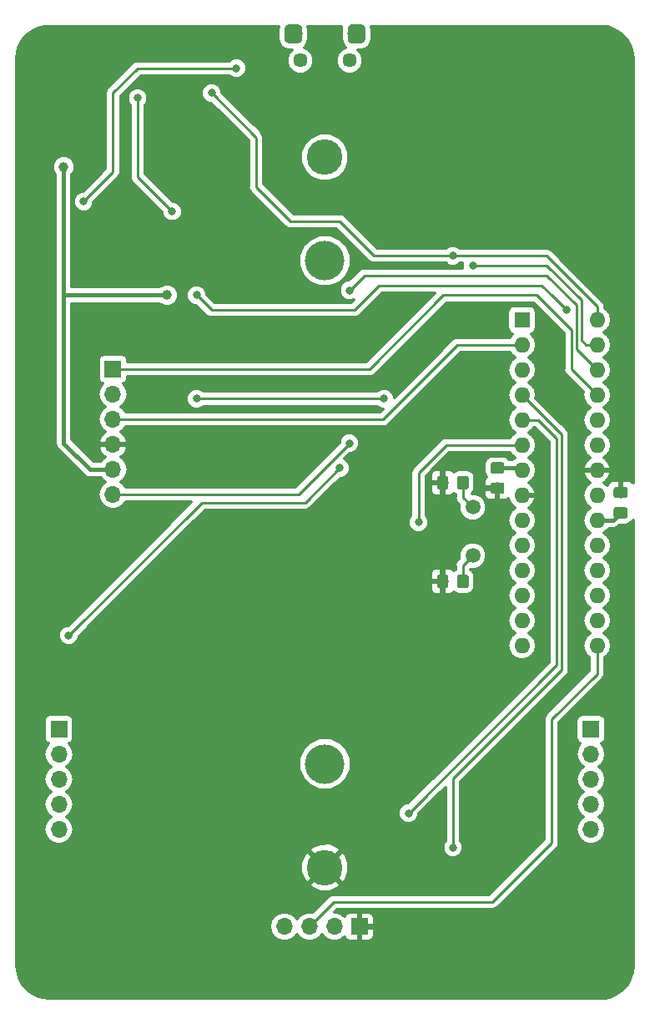
<source format=gbl>
G04 #@! TF.GenerationSoftware,KiCad,Pcbnew,5.0.2-bee76a0~70~ubuntu18.04.1*
G04 #@! TF.CreationDate,2021-08-22T23:20:32+02:00*
G04 #@! TF.ProjectId,snailbot,736e6169-6c62-46f7-942e-6b696361645f,3*
G04 #@! TF.SameCoordinates,Original*
G04 #@! TF.FileFunction,Copper,L2,Bot*
G04 #@! TF.FilePolarity,Positive*
%FSLAX46Y46*%
G04 Gerber Fmt 4.6, Leading zero omitted, Abs format (unit mm)*
G04 Created by KiCad (PCBNEW 5.0.2-bee76a0~70~ubuntu18.04.1) date nie, 22 sie 2021, 23:20:32*
%MOMM*%
%LPD*%
G01*
G04 APERTURE LIST*
G04 #@! TA.AperFunction,ComponentPad*
%ADD10C,3.600000*%
G04 #@! TD*
G04 #@! TA.AperFunction,ComponentPad*
%ADD11C,4.000000*%
G04 #@! TD*
G04 #@! TA.AperFunction,Conductor*
%ADD12C,0.100000*%
G04 #@! TD*
G04 #@! TA.AperFunction,SMDPad,CuDef*
%ADD13C,1.150000*%
G04 #@! TD*
G04 #@! TA.AperFunction,ComponentPad*
%ADD14O,1.700000X1.700000*%
G04 #@! TD*
G04 #@! TA.AperFunction,ComponentPad*
%ADD15R,1.700000X1.700000*%
G04 #@! TD*
G04 #@! TA.AperFunction,ComponentPad*
%ADD16O,1.600000X1.600000*%
G04 #@! TD*
G04 #@! TA.AperFunction,ComponentPad*
%ADD17R,1.600000X1.600000*%
G04 #@! TD*
G04 #@! TA.AperFunction,ComponentPad*
%ADD18C,1.500000*%
G04 #@! TD*
G04 #@! TA.AperFunction,ComponentPad*
%ADD19C,1.800000*%
G04 #@! TD*
G04 #@! TA.AperFunction,ComponentPad*
%ADD20C,1.450000*%
G04 #@! TD*
G04 #@! TA.AperFunction,ViaPad*
%ADD21C,6.000000*%
G04 #@! TD*
G04 #@! TA.AperFunction,ViaPad*
%ADD22C,0.800000*%
G04 #@! TD*
G04 #@! TA.AperFunction,ViaPad*
%ADD23C,1.000000*%
G04 #@! TD*
G04 #@! TA.AperFunction,Conductor*
%ADD24C,0.250000*%
G04 #@! TD*
G04 #@! TA.AperFunction,Conductor*
%ADD25C,0.400000*%
G04 #@! TD*
G04 #@! TA.AperFunction,Conductor*
%ADD26C,0.700000*%
G04 #@! TD*
G04 #@! TA.AperFunction,Conductor*
%ADD27C,0.300000*%
G04 #@! TD*
G04 APERTURE END LIST*
D10*
G04 #@! TO.P,BT1,1*
G04 #@! TO.N,Net-(BT1-Pad1)*
X70000000Y-29000000D03*
G04 #@! TO.P,BT1,2*
G04 #@! TO.N,GND*
X70000000Y-101000000D03*
D11*
G04 #@! TO.P,BT1,*
G04 #@! TO.N,*
X70000000Y-39500000D03*
X70000000Y-90500000D03*
G04 #@! TD*
D12*
G04 #@! TO.N,GND*
G04 #@! TO.C,C8*
G36*
X100474505Y-62426204D02*
X100498773Y-62429804D01*
X100522572Y-62435765D01*
X100545671Y-62444030D01*
X100567850Y-62454520D01*
X100588893Y-62467132D01*
X100608599Y-62481747D01*
X100626777Y-62498223D01*
X100643253Y-62516401D01*
X100657868Y-62536107D01*
X100670480Y-62557150D01*
X100680970Y-62579329D01*
X100689235Y-62602428D01*
X100695196Y-62626227D01*
X100698796Y-62650495D01*
X100700000Y-62674999D01*
X100700000Y-63325001D01*
X100698796Y-63349505D01*
X100695196Y-63373773D01*
X100689235Y-63397572D01*
X100680970Y-63420671D01*
X100670480Y-63442850D01*
X100657868Y-63463893D01*
X100643253Y-63483599D01*
X100626777Y-63501777D01*
X100608599Y-63518253D01*
X100588893Y-63532868D01*
X100567850Y-63545480D01*
X100545671Y-63555970D01*
X100522572Y-63564235D01*
X100498773Y-63570196D01*
X100474505Y-63573796D01*
X100450001Y-63575000D01*
X99549999Y-63575000D01*
X99525495Y-63573796D01*
X99501227Y-63570196D01*
X99477428Y-63564235D01*
X99454329Y-63555970D01*
X99432150Y-63545480D01*
X99411107Y-63532868D01*
X99391401Y-63518253D01*
X99373223Y-63501777D01*
X99356747Y-63483599D01*
X99342132Y-63463893D01*
X99329520Y-63442850D01*
X99319030Y-63420671D01*
X99310765Y-63397572D01*
X99304804Y-63373773D01*
X99301204Y-63349505D01*
X99300000Y-63325001D01*
X99300000Y-62674999D01*
X99301204Y-62650495D01*
X99304804Y-62626227D01*
X99310765Y-62602428D01*
X99319030Y-62579329D01*
X99329520Y-62557150D01*
X99342132Y-62536107D01*
X99356747Y-62516401D01*
X99373223Y-62498223D01*
X99391401Y-62481747D01*
X99411107Y-62467132D01*
X99432150Y-62454520D01*
X99454329Y-62444030D01*
X99477428Y-62435765D01*
X99501227Y-62429804D01*
X99525495Y-62426204D01*
X99549999Y-62425000D01*
X100450001Y-62425000D01*
X100474505Y-62426204D01*
X100474505Y-62426204D01*
G37*
D13*
G04 #@! TD*
G04 #@! TO.P,C8,2*
G04 #@! TO.N,GND*
X100000000Y-63000000D03*
D12*
G04 #@! TO.N,VCC*
G04 #@! TO.C,C8*
G36*
X100474505Y-64476204D02*
X100498773Y-64479804D01*
X100522572Y-64485765D01*
X100545671Y-64494030D01*
X100567850Y-64504520D01*
X100588893Y-64517132D01*
X100608599Y-64531747D01*
X100626777Y-64548223D01*
X100643253Y-64566401D01*
X100657868Y-64586107D01*
X100670480Y-64607150D01*
X100680970Y-64629329D01*
X100689235Y-64652428D01*
X100695196Y-64676227D01*
X100698796Y-64700495D01*
X100700000Y-64724999D01*
X100700000Y-65375001D01*
X100698796Y-65399505D01*
X100695196Y-65423773D01*
X100689235Y-65447572D01*
X100680970Y-65470671D01*
X100670480Y-65492850D01*
X100657868Y-65513893D01*
X100643253Y-65533599D01*
X100626777Y-65551777D01*
X100608599Y-65568253D01*
X100588893Y-65582868D01*
X100567850Y-65595480D01*
X100545671Y-65605970D01*
X100522572Y-65614235D01*
X100498773Y-65620196D01*
X100474505Y-65623796D01*
X100450001Y-65625000D01*
X99549999Y-65625000D01*
X99525495Y-65623796D01*
X99501227Y-65620196D01*
X99477428Y-65614235D01*
X99454329Y-65605970D01*
X99432150Y-65595480D01*
X99411107Y-65582868D01*
X99391401Y-65568253D01*
X99373223Y-65551777D01*
X99356747Y-65533599D01*
X99342132Y-65513893D01*
X99329520Y-65492850D01*
X99319030Y-65470671D01*
X99310765Y-65447572D01*
X99304804Y-65423773D01*
X99301204Y-65399505D01*
X99300000Y-65375001D01*
X99300000Y-64724999D01*
X99301204Y-64700495D01*
X99304804Y-64676227D01*
X99310765Y-64652428D01*
X99319030Y-64629329D01*
X99329520Y-64607150D01*
X99342132Y-64586107D01*
X99356747Y-64566401D01*
X99373223Y-64548223D01*
X99391401Y-64531747D01*
X99411107Y-64517132D01*
X99432150Y-64504520D01*
X99454329Y-64494030D01*
X99477428Y-64485765D01*
X99501227Y-64479804D01*
X99525495Y-64476204D01*
X99549999Y-64475000D01*
X100450001Y-64475000D01*
X100474505Y-64476204D01*
X100474505Y-64476204D01*
G37*
D13*
G04 #@! TD*
G04 #@! TO.P,C8,1*
G04 #@! TO.N,VCC*
X100000000Y-65050000D03*
D12*
G04 #@! TO.N,GND*
G04 #@! TO.C,C10*
G36*
X87974505Y-61976204D02*
X87998773Y-61979804D01*
X88022572Y-61985765D01*
X88045671Y-61994030D01*
X88067850Y-62004520D01*
X88088893Y-62017132D01*
X88108599Y-62031747D01*
X88126777Y-62048223D01*
X88143253Y-62066401D01*
X88157868Y-62086107D01*
X88170480Y-62107150D01*
X88180970Y-62129329D01*
X88189235Y-62152428D01*
X88195196Y-62176227D01*
X88198796Y-62200495D01*
X88200000Y-62224999D01*
X88200000Y-62875001D01*
X88198796Y-62899505D01*
X88195196Y-62923773D01*
X88189235Y-62947572D01*
X88180970Y-62970671D01*
X88170480Y-62992850D01*
X88157868Y-63013893D01*
X88143253Y-63033599D01*
X88126777Y-63051777D01*
X88108599Y-63068253D01*
X88088893Y-63082868D01*
X88067850Y-63095480D01*
X88045671Y-63105970D01*
X88022572Y-63114235D01*
X87998773Y-63120196D01*
X87974505Y-63123796D01*
X87950001Y-63125000D01*
X87049999Y-63125000D01*
X87025495Y-63123796D01*
X87001227Y-63120196D01*
X86977428Y-63114235D01*
X86954329Y-63105970D01*
X86932150Y-63095480D01*
X86911107Y-63082868D01*
X86891401Y-63068253D01*
X86873223Y-63051777D01*
X86856747Y-63033599D01*
X86842132Y-63013893D01*
X86829520Y-62992850D01*
X86819030Y-62970671D01*
X86810765Y-62947572D01*
X86804804Y-62923773D01*
X86801204Y-62899505D01*
X86800000Y-62875001D01*
X86800000Y-62224999D01*
X86801204Y-62200495D01*
X86804804Y-62176227D01*
X86810765Y-62152428D01*
X86819030Y-62129329D01*
X86829520Y-62107150D01*
X86842132Y-62086107D01*
X86856747Y-62066401D01*
X86873223Y-62048223D01*
X86891401Y-62031747D01*
X86911107Y-62017132D01*
X86932150Y-62004520D01*
X86954329Y-61994030D01*
X86977428Y-61985765D01*
X87001227Y-61979804D01*
X87025495Y-61976204D01*
X87049999Y-61975000D01*
X87950001Y-61975000D01*
X87974505Y-61976204D01*
X87974505Y-61976204D01*
G37*
D13*
G04 #@! TD*
G04 #@! TO.P,C10,2*
G04 #@! TO.N,GND*
X87500000Y-62550000D03*
D12*
G04 #@! TO.N,VCC*
G04 #@! TO.C,C10*
G36*
X87974505Y-59926204D02*
X87998773Y-59929804D01*
X88022572Y-59935765D01*
X88045671Y-59944030D01*
X88067850Y-59954520D01*
X88088893Y-59967132D01*
X88108599Y-59981747D01*
X88126777Y-59998223D01*
X88143253Y-60016401D01*
X88157868Y-60036107D01*
X88170480Y-60057150D01*
X88180970Y-60079329D01*
X88189235Y-60102428D01*
X88195196Y-60126227D01*
X88198796Y-60150495D01*
X88200000Y-60174999D01*
X88200000Y-60825001D01*
X88198796Y-60849505D01*
X88195196Y-60873773D01*
X88189235Y-60897572D01*
X88180970Y-60920671D01*
X88170480Y-60942850D01*
X88157868Y-60963893D01*
X88143253Y-60983599D01*
X88126777Y-61001777D01*
X88108599Y-61018253D01*
X88088893Y-61032868D01*
X88067850Y-61045480D01*
X88045671Y-61055970D01*
X88022572Y-61064235D01*
X87998773Y-61070196D01*
X87974505Y-61073796D01*
X87950001Y-61075000D01*
X87049999Y-61075000D01*
X87025495Y-61073796D01*
X87001227Y-61070196D01*
X86977428Y-61064235D01*
X86954329Y-61055970D01*
X86932150Y-61045480D01*
X86911107Y-61032868D01*
X86891401Y-61018253D01*
X86873223Y-61001777D01*
X86856747Y-60983599D01*
X86842132Y-60963893D01*
X86829520Y-60942850D01*
X86819030Y-60920671D01*
X86810765Y-60897572D01*
X86804804Y-60873773D01*
X86801204Y-60849505D01*
X86800000Y-60825001D01*
X86800000Y-60174999D01*
X86801204Y-60150495D01*
X86804804Y-60126227D01*
X86810765Y-60102428D01*
X86819030Y-60079329D01*
X86829520Y-60057150D01*
X86842132Y-60036107D01*
X86856747Y-60016401D01*
X86873223Y-59998223D01*
X86891401Y-59981747D01*
X86911107Y-59967132D01*
X86932150Y-59954520D01*
X86954329Y-59944030D01*
X86977428Y-59935765D01*
X87001227Y-59929804D01*
X87025495Y-59926204D01*
X87049999Y-59925000D01*
X87950001Y-59925000D01*
X87974505Y-59926204D01*
X87974505Y-59926204D01*
G37*
D13*
G04 #@! TD*
G04 #@! TO.P,C10,1*
G04 #@! TO.N,VCC*
X87500000Y-60500000D03*
D12*
G04 #@! TO.N,Net-(C11-Pad2)*
G04 #@! TO.C,C11*
G36*
X84349505Y-61301204D02*
X84373773Y-61304804D01*
X84397572Y-61310765D01*
X84420671Y-61319030D01*
X84442850Y-61329520D01*
X84463893Y-61342132D01*
X84483599Y-61356747D01*
X84501777Y-61373223D01*
X84518253Y-61391401D01*
X84532868Y-61411107D01*
X84545480Y-61432150D01*
X84555970Y-61454329D01*
X84564235Y-61477428D01*
X84570196Y-61501227D01*
X84573796Y-61525495D01*
X84575000Y-61549999D01*
X84575000Y-62450001D01*
X84573796Y-62474505D01*
X84570196Y-62498773D01*
X84564235Y-62522572D01*
X84555970Y-62545671D01*
X84545480Y-62567850D01*
X84532868Y-62588893D01*
X84518253Y-62608599D01*
X84501777Y-62626777D01*
X84483599Y-62643253D01*
X84463893Y-62657868D01*
X84442850Y-62670480D01*
X84420671Y-62680970D01*
X84397572Y-62689235D01*
X84373773Y-62695196D01*
X84349505Y-62698796D01*
X84325001Y-62700000D01*
X83674999Y-62700000D01*
X83650495Y-62698796D01*
X83626227Y-62695196D01*
X83602428Y-62689235D01*
X83579329Y-62680970D01*
X83557150Y-62670480D01*
X83536107Y-62657868D01*
X83516401Y-62643253D01*
X83498223Y-62626777D01*
X83481747Y-62608599D01*
X83467132Y-62588893D01*
X83454520Y-62567850D01*
X83444030Y-62545671D01*
X83435765Y-62522572D01*
X83429804Y-62498773D01*
X83426204Y-62474505D01*
X83425000Y-62450001D01*
X83425000Y-61549999D01*
X83426204Y-61525495D01*
X83429804Y-61501227D01*
X83435765Y-61477428D01*
X83444030Y-61454329D01*
X83454520Y-61432150D01*
X83467132Y-61411107D01*
X83481747Y-61391401D01*
X83498223Y-61373223D01*
X83516401Y-61356747D01*
X83536107Y-61342132D01*
X83557150Y-61329520D01*
X83579329Y-61319030D01*
X83602428Y-61310765D01*
X83626227Y-61304804D01*
X83650495Y-61301204D01*
X83674999Y-61300000D01*
X84325001Y-61300000D01*
X84349505Y-61301204D01*
X84349505Y-61301204D01*
G37*
D13*
G04 #@! TD*
G04 #@! TO.P,C11,2*
G04 #@! TO.N,Net-(C11-Pad2)*
X84000000Y-62000000D03*
D12*
G04 #@! TO.N,GND*
G04 #@! TO.C,C11*
G36*
X82299505Y-61301204D02*
X82323773Y-61304804D01*
X82347572Y-61310765D01*
X82370671Y-61319030D01*
X82392850Y-61329520D01*
X82413893Y-61342132D01*
X82433599Y-61356747D01*
X82451777Y-61373223D01*
X82468253Y-61391401D01*
X82482868Y-61411107D01*
X82495480Y-61432150D01*
X82505970Y-61454329D01*
X82514235Y-61477428D01*
X82520196Y-61501227D01*
X82523796Y-61525495D01*
X82525000Y-61549999D01*
X82525000Y-62450001D01*
X82523796Y-62474505D01*
X82520196Y-62498773D01*
X82514235Y-62522572D01*
X82505970Y-62545671D01*
X82495480Y-62567850D01*
X82482868Y-62588893D01*
X82468253Y-62608599D01*
X82451777Y-62626777D01*
X82433599Y-62643253D01*
X82413893Y-62657868D01*
X82392850Y-62670480D01*
X82370671Y-62680970D01*
X82347572Y-62689235D01*
X82323773Y-62695196D01*
X82299505Y-62698796D01*
X82275001Y-62700000D01*
X81624999Y-62700000D01*
X81600495Y-62698796D01*
X81576227Y-62695196D01*
X81552428Y-62689235D01*
X81529329Y-62680970D01*
X81507150Y-62670480D01*
X81486107Y-62657868D01*
X81466401Y-62643253D01*
X81448223Y-62626777D01*
X81431747Y-62608599D01*
X81417132Y-62588893D01*
X81404520Y-62567850D01*
X81394030Y-62545671D01*
X81385765Y-62522572D01*
X81379804Y-62498773D01*
X81376204Y-62474505D01*
X81375000Y-62450001D01*
X81375000Y-61549999D01*
X81376204Y-61525495D01*
X81379804Y-61501227D01*
X81385765Y-61477428D01*
X81394030Y-61454329D01*
X81404520Y-61432150D01*
X81417132Y-61411107D01*
X81431747Y-61391401D01*
X81448223Y-61373223D01*
X81466401Y-61356747D01*
X81486107Y-61342132D01*
X81507150Y-61329520D01*
X81529329Y-61319030D01*
X81552428Y-61310765D01*
X81576227Y-61304804D01*
X81600495Y-61301204D01*
X81624999Y-61300000D01*
X82275001Y-61300000D01*
X82299505Y-61301204D01*
X82299505Y-61301204D01*
G37*
D13*
G04 #@! TD*
G04 #@! TO.P,C11,1*
G04 #@! TO.N,GND*
X81950000Y-62000000D03*
D12*
G04 #@! TO.N,Net-(C12-Pad2)*
G04 #@! TO.C,C12*
G36*
X84349505Y-71301204D02*
X84373773Y-71304804D01*
X84397572Y-71310765D01*
X84420671Y-71319030D01*
X84442850Y-71329520D01*
X84463893Y-71342132D01*
X84483599Y-71356747D01*
X84501777Y-71373223D01*
X84518253Y-71391401D01*
X84532868Y-71411107D01*
X84545480Y-71432150D01*
X84555970Y-71454329D01*
X84564235Y-71477428D01*
X84570196Y-71501227D01*
X84573796Y-71525495D01*
X84575000Y-71549999D01*
X84575000Y-72450001D01*
X84573796Y-72474505D01*
X84570196Y-72498773D01*
X84564235Y-72522572D01*
X84555970Y-72545671D01*
X84545480Y-72567850D01*
X84532868Y-72588893D01*
X84518253Y-72608599D01*
X84501777Y-72626777D01*
X84483599Y-72643253D01*
X84463893Y-72657868D01*
X84442850Y-72670480D01*
X84420671Y-72680970D01*
X84397572Y-72689235D01*
X84373773Y-72695196D01*
X84349505Y-72698796D01*
X84325001Y-72700000D01*
X83674999Y-72700000D01*
X83650495Y-72698796D01*
X83626227Y-72695196D01*
X83602428Y-72689235D01*
X83579329Y-72680970D01*
X83557150Y-72670480D01*
X83536107Y-72657868D01*
X83516401Y-72643253D01*
X83498223Y-72626777D01*
X83481747Y-72608599D01*
X83467132Y-72588893D01*
X83454520Y-72567850D01*
X83444030Y-72545671D01*
X83435765Y-72522572D01*
X83429804Y-72498773D01*
X83426204Y-72474505D01*
X83425000Y-72450001D01*
X83425000Y-71549999D01*
X83426204Y-71525495D01*
X83429804Y-71501227D01*
X83435765Y-71477428D01*
X83444030Y-71454329D01*
X83454520Y-71432150D01*
X83467132Y-71411107D01*
X83481747Y-71391401D01*
X83498223Y-71373223D01*
X83516401Y-71356747D01*
X83536107Y-71342132D01*
X83557150Y-71329520D01*
X83579329Y-71319030D01*
X83602428Y-71310765D01*
X83626227Y-71304804D01*
X83650495Y-71301204D01*
X83674999Y-71300000D01*
X84325001Y-71300000D01*
X84349505Y-71301204D01*
X84349505Y-71301204D01*
G37*
D13*
G04 #@! TD*
G04 #@! TO.P,C12,2*
G04 #@! TO.N,Net-(C12-Pad2)*
X84000000Y-72000000D03*
D12*
G04 #@! TO.N,GND*
G04 #@! TO.C,C12*
G36*
X82299505Y-71301204D02*
X82323773Y-71304804D01*
X82347572Y-71310765D01*
X82370671Y-71319030D01*
X82392850Y-71329520D01*
X82413893Y-71342132D01*
X82433599Y-71356747D01*
X82451777Y-71373223D01*
X82468253Y-71391401D01*
X82482868Y-71411107D01*
X82495480Y-71432150D01*
X82505970Y-71454329D01*
X82514235Y-71477428D01*
X82520196Y-71501227D01*
X82523796Y-71525495D01*
X82525000Y-71549999D01*
X82525000Y-72450001D01*
X82523796Y-72474505D01*
X82520196Y-72498773D01*
X82514235Y-72522572D01*
X82505970Y-72545671D01*
X82495480Y-72567850D01*
X82482868Y-72588893D01*
X82468253Y-72608599D01*
X82451777Y-72626777D01*
X82433599Y-72643253D01*
X82413893Y-72657868D01*
X82392850Y-72670480D01*
X82370671Y-72680970D01*
X82347572Y-72689235D01*
X82323773Y-72695196D01*
X82299505Y-72698796D01*
X82275001Y-72700000D01*
X81624999Y-72700000D01*
X81600495Y-72698796D01*
X81576227Y-72695196D01*
X81552428Y-72689235D01*
X81529329Y-72680970D01*
X81507150Y-72670480D01*
X81486107Y-72657868D01*
X81466401Y-72643253D01*
X81448223Y-72626777D01*
X81431747Y-72608599D01*
X81417132Y-72588893D01*
X81404520Y-72567850D01*
X81394030Y-72545671D01*
X81385765Y-72522572D01*
X81379804Y-72498773D01*
X81376204Y-72474505D01*
X81375000Y-72450001D01*
X81375000Y-71549999D01*
X81376204Y-71525495D01*
X81379804Y-71501227D01*
X81385765Y-71477428D01*
X81394030Y-71454329D01*
X81404520Y-71432150D01*
X81417132Y-71411107D01*
X81431747Y-71391401D01*
X81448223Y-71373223D01*
X81466401Y-71356747D01*
X81486107Y-71342132D01*
X81507150Y-71329520D01*
X81529329Y-71319030D01*
X81552428Y-71310765D01*
X81576227Y-71304804D01*
X81600495Y-71301204D01*
X81624999Y-71300000D01*
X82275001Y-71300000D01*
X82299505Y-71301204D01*
X82299505Y-71301204D01*
G37*
D13*
G04 #@! TD*
G04 #@! TO.P,C12,1*
G04 #@! TO.N,GND*
X81950000Y-72000000D03*
D14*
G04 #@! TO.P,J2,4*
G04 #@! TO.N,VCC*
X65880000Y-107000000D03*
G04 #@! TO.P,J2,3*
G04 #@! TO.N,PB1*
X68420000Y-107000000D03*
G04 #@! TO.P,J2,2*
G04 #@! TO.N,PD3*
X70960000Y-107000000D03*
D15*
G04 #@! TO.P,J2,1*
G04 #@! TO.N,GND*
X73500000Y-107000000D03*
G04 #@! TD*
D14*
G04 #@! TO.P,J3,5*
G04 #@! TO.N,VCC*
X97000000Y-97160000D03*
G04 #@! TO.P,J3,4*
G04 #@! TO.N,Net-(J3-Pad4)*
X97000000Y-94620000D03*
G04 #@! TO.P,J3,3*
G04 #@! TO.N,Net-(J3-Pad3)*
X97000000Y-92080000D03*
G04 #@! TO.P,J3,2*
G04 #@! TO.N,Net-(J3-Pad2)*
X97000000Y-89540000D03*
D15*
G04 #@! TO.P,J3,1*
G04 #@! TO.N,Net-(J3-Pad1)*
X97000000Y-87000000D03*
G04 #@! TD*
D14*
G04 #@! TO.P,J4,6*
G04 #@! TO.N,PC3*
X48500000Y-63200000D03*
G04 #@! TO.P,J4,5*
G04 #@! TO.N,VCC*
X48500000Y-60660000D03*
G04 #@! TO.P,J4,4*
G04 #@! TO.N,GND*
X48500000Y-58120000D03*
G04 #@! TO.P,J4,3*
G04 #@! TO.N,RXD*
X48500000Y-55580000D03*
G04 #@! TO.P,J4,2*
G04 #@! TO.N,Net-(J4-Pad2)*
X48500000Y-53040000D03*
D15*
G04 #@! TO.P,J4,1*
G04 #@! TO.N,PC2*
X48500000Y-50500000D03*
G04 #@! TD*
D14*
G04 #@! TO.P,J5,5*
G04 #@! TO.N,VCC*
X43000000Y-97160000D03*
G04 #@! TO.P,J5,4*
G04 #@! TO.N,Net-(J5-Pad4)*
X43000000Y-94620000D03*
G04 #@! TO.P,J5,3*
G04 #@! TO.N,Net-(J5-Pad3)*
X43000000Y-92080000D03*
G04 #@! TO.P,J5,2*
G04 #@! TO.N,Net-(J5-Pad2)*
X43000000Y-89540000D03*
D15*
G04 #@! TO.P,J5,1*
G04 #@! TO.N,Net-(J5-Pad1)*
X43000000Y-87000000D03*
G04 #@! TD*
D16*
G04 #@! TO.P,U4,28*
G04 #@! TO.N,PC5*
X97620000Y-45500000D03*
G04 #@! TO.P,U4,14*
G04 #@! TO.N,PB0*
X90000000Y-78520000D03*
G04 #@! TO.P,U4,27*
G04 #@! TO.N,PC4*
X97620000Y-48040000D03*
G04 #@! TO.P,U4,13*
G04 #@! TO.N,PD7*
X90000000Y-75980000D03*
G04 #@! TO.P,U4,26*
G04 #@! TO.N,PC3*
X97620000Y-50580000D03*
G04 #@! TO.P,U4,12*
G04 #@! TO.N,PD6*
X90000000Y-73440000D03*
G04 #@! TO.P,U4,25*
G04 #@! TO.N,PC2*
X97620000Y-53120000D03*
G04 #@! TO.P,U4,11*
G04 #@! TO.N,PD5*
X90000000Y-70900000D03*
G04 #@! TO.P,U4,24*
G04 #@! TO.N,N/C*
X97620000Y-55660000D03*
G04 #@! TO.P,U4,10*
G04 #@! TO.N,Net-(C12-Pad2)*
X90000000Y-68360000D03*
G04 #@! TO.P,U4,23*
G04 #@! TO.N,PC0*
X97620000Y-58200000D03*
G04 #@! TO.P,U4,9*
G04 #@! TO.N,Net-(C11-Pad2)*
X90000000Y-65820000D03*
G04 #@! TO.P,U4,22*
G04 #@! TO.N,GND*
X97620000Y-60740000D03*
G04 #@! TO.P,U4,8*
X90000000Y-63280000D03*
G04 #@! TO.P,U4,21*
G04 #@! TO.N,VCC*
X97620000Y-63280000D03*
G04 #@! TO.P,U4,7*
X90000000Y-60740000D03*
G04 #@! TO.P,U4,20*
X97620000Y-65820000D03*
G04 #@! TO.P,U4,6*
G04 #@! TO.N,PD4*
X90000000Y-58200000D03*
G04 #@! TO.P,U4,19*
G04 #@! TO.N,PB5*
X97620000Y-68360000D03*
G04 #@! TO.P,U4,5*
G04 #@! TO.N,PD3*
X90000000Y-55660000D03*
G04 #@! TO.P,U4,18*
G04 #@! TO.N,PB4*
X97620000Y-70900000D03*
G04 #@! TO.P,U4,4*
G04 #@! TO.N,PD2*
X90000000Y-53120000D03*
G04 #@! TO.P,U4,17*
G04 #@! TO.N,PB3*
X97620000Y-73440000D03*
G04 #@! TO.P,U4,3*
G04 #@! TO.N,TXD*
X90000000Y-50580000D03*
G04 #@! TO.P,U4,16*
G04 #@! TO.N,PB2*
X97620000Y-75980000D03*
G04 #@! TO.P,U4,2*
G04 #@! TO.N,RXD*
X90000000Y-48040000D03*
G04 #@! TO.P,U4,15*
G04 #@! TO.N,PB1*
X97620000Y-78520000D03*
D17*
G04 #@! TO.P,U4,1*
G04 #@! TO.N,Net-(C13-Pad1)*
X90000000Y-45500000D03*
G04 #@! TD*
D18*
G04 #@! TO.P,Y1,2*
G04 #@! TO.N,Net-(C12-Pad2)*
X85000000Y-69380000D03*
G04 #@! TO.P,Y1,1*
G04 #@! TO.N,Net-(C11-Pad2)*
X85000000Y-64500000D03*
G04 #@! TD*
D12*
G04 #@! TO.N,Net-(D2-Pad2)*
G04 #@! TO.C,J1*
G36*
X73694108Y-15552167D02*
X73737791Y-15558647D01*
X73780628Y-15569377D01*
X73822208Y-15584254D01*
X73862129Y-15603135D01*
X73900007Y-15625839D01*
X73935477Y-15652145D01*
X73968198Y-15681802D01*
X73997855Y-15714523D01*
X74024161Y-15749993D01*
X74046865Y-15787871D01*
X74065746Y-15827792D01*
X74080623Y-15869372D01*
X74091353Y-15912209D01*
X74097833Y-15955892D01*
X74100000Y-16000000D01*
X74100000Y-17000000D01*
X74097833Y-17044108D01*
X74091353Y-17087791D01*
X74080623Y-17130628D01*
X74065746Y-17172208D01*
X74046865Y-17212129D01*
X74024161Y-17250007D01*
X73997855Y-17285477D01*
X73968198Y-17318198D01*
X73935477Y-17347855D01*
X73900007Y-17374161D01*
X73862129Y-17396865D01*
X73822208Y-17415746D01*
X73780628Y-17430623D01*
X73737791Y-17441353D01*
X73694108Y-17447833D01*
X73650000Y-17450000D01*
X72750000Y-17450000D01*
X72705892Y-17447833D01*
X72662209Y-17441353D01*
X72619372Y-17430623D01*
X72577792Y-17415746D01*
X72537871Y-17396865D01*
X72499993Y-17374161D01*
X72464523Y-17347855D01*
X72431802Y-17318198D01*
X72402145Y-17285477D01*
X72375839Y-17250007D01*
X72353135Y-17212129D01*
X72334254Y-17172208D01*
X72319377Y-17130628D01*
X72308647Y-17087791D01*
X72302167Y-17044108D01*
X72300000Y-17000000D01*
X72300000Y-16000000D01*
X72302167Y-15955892D01*
X72308647Y-15912209D01*
X72319377Y-15869372D01*
X72334254Y-15827792D01*
X72353135Y-15787871D01*
X72375839Y-15749993D01*
X72402145Y-15714523D01*
X72431802Y-15681802D01*
X72464523Y-15652145D01*
X72499993Y-15625839D01*
X72537871Y-15603135D01*
X72577792Y-15584254D01*
X72619372Y-15569377D01*
X72662209Y-15558647D01*
X72705892Y-15552167D01*
X72750000Y-15550000D01*
X73650000Y-15550000D01*
X73694108Y-15552167D01*
X73694108Y-15552167D01*
G37*
D19*
G04 #@! TD*
G04 #@! TO.P,J1,6*
G04 #@! TO.N,Net-(D2-Pad2)*
X73200000Y-16500000D03*
D20*
G04 #@! TO.P,J1,6*
G04 #@! TO.N,Net-(D2-Pad2)*
X67500000Y-19200000D03*
X72500000Y-19200000D03*
D12*
G04 #@! TD*
G04 #@! TO.N,Net-(D2-Pad2)*
G04 #@! TO.C,J1*
G36*
X67294108Y-15552167D02*
X67337791Y-15558647D01*
X67380628Y-15569377D01*
X67422208Y-15584254D01*
X67462129Y-15603135D01*
X67500007Y-15625839D01*
X67535477Y-15652145D01*
X67568198Y-15681802D01*
X67597855Y-15714523D01*
X67624161Y-15749993D01*
X67646865Y-15787871D01*
X67665746Y-15827792D01*
X67680623Y-15869372D01*
X67691353Y-15912209D01*
X67697833Y-15955892D01*
X67700000Y-16000000D01*
X67700000Y-17000000D01*
X67697833Y-17044108D01*
X67691353Y-17087791D01*
X67680623Y-17130628D01*
X67665746Y-17172208D01*
X67646865Y-17212129D01*
X67624161Y-17250007D01*
X67597855Y-17285477D01*
X67568198Y-17318198D01*
X67535477Y-17347855D01*
X67500007Y-17374161D01*
X67462129Y-17396865D01*
X67422208Y-17415746D01*
X67380628Y-17430623D01*
X67337791Y-17441353D01*
X67294108Y-17447833D01*
X67250000Y-17450000D01*
X66350000Y-17450000D01*
X66305892Y-17447833D01*
X66262209Y-17441353D01*
X66219372Y-17430623D01*
X66177792Y-17415746D01*
X66137871Y-17396865D01*
X66099993Y-17374161D01*
X66064523Y-17347855D01*
X66031802Y-17318198D01*
X66002145Y-17285477D01*
X65975839Y-17250007D01*
X65953135Y-17212129D01*
X65934254Y-17172208D01*
X65919377Y-17130628D01*
X65908647Y-17087791D01*
X65902167Y-17044108D01*
X65900000Y-17000000D01*
X65900000Y-16000000D01*
X65902167Y-15955892D01*
X65908647Y-15912209D01*
X65919377Y-15869372D01*
X65934254Y-15827792D01*
X65953135Y-15787871D01*
X65975839Y-15749993D01*
X66002145Y-15714523D01*
X66031802Y-15681802D01*
X66064523Y-15652145D01*
X66099993Y-15625839D01*
X66137871Y-15603135D01*
X66177792Y-15584254D01*
X66219372Y-15569377D01*
X66262209Y-15558647D01*
X66305892Y-15552167D01*
X66350000Y-15550000D01*
X67250000Y-15550000D01*
X67294108Y-15552167D01*
X67294108Y-15552167D01*
G37*
D19*
G04 #@! TO.P,J1,6*
G04 #@! TO.N,Net-(D2-Pad2)*
X66800000Y-16500000D03*
G04 #@! TD*
D21*
G04 #@! TO.N,GND*
X96000000Y-109000000D03*
X44000000Y-109000000D03*
X44000000Y-21000000D03*
X96000000Y-21000000D03*
D22*
X49000000Y-74000000D03*
X42500000Y-76500000D03*
X56500000Y-75000000D03*
X56500000Y-80000000D03*
X95500000Y-64000000D03*
X95500000Y-59500000D03*
X100000000Y-58500000D03*
X56500000Y-88000000D03*
X65500000Y-25000000D03*
X51000000Y-74000000D03*
X42500000Y-78000000D03*
X85500000Y-98500000D03*
X61500000Y-75000000D03*
X61500000Y-80000000D03*
X46500000Y-86000000D03*
X61500000Y-70000000D03*
X56500000Y-70000000D03*
X65500000Y-31000000D03*
X67500000Y-25000000D03*
X67500000Y-31000000D03*
X94500000Y-94500000D03*
X48000000Y-33000000D03*
X40500000Y-36000000D03*
G04 #@! TO.N,+BATT*
X51000000Y-23000000D03*
X54500000Y-34500000D03*
D23*
G04 #@! TO.N,VCC*
X43500000Y-30000000D03*
X54000000Y-43000000D03*
D22*
G04 #@! TO.N,PC5*
X83000000Y-39000000D03*
X58500000Y-22500000D03*
G04 #@! TO.N,Net-(D1-Pad1)*
X61000000Y-20000000D03*
X45500000Y-33500000D03*
G04 #@! TO.N,PD3*
X78500000Y-95500000D03*
G04 #@! TO.N,PC3*
X72500000Y-42500000D03*
X72500000Y-58000000D03*
G04 #@! TO.N,PC4*
X44000000Y-77500000D03*
X71500000Y-60500000D03*
X85000000Y-40000000D03*
G04 #@! TO.N,TXD*
X76000000Y-53500000D03*
X57000000Y-53500000D03*
G04 #@! TO.N,PD2*
X83000000Y-99000000D03*
G04 #@! TO.N,PD4*
X79500000Y-66000000D03*
G04 #@! TO.N,PC0*
X94500000Y-44500000D03*
X57000000Y-43000000D03*
G04 #@! TD*
D24*
G04 #@! TO.N,+BATT*
X51000000Y-23000000D02*
X51000000Y-31000000D01*
X54500000Y-34500000D02*
X51000000Y-31000000D01*
D25*
G04 #@! TO.N,VCC*
X89760000Y-60500000D02*
X90000000Y-60740000D01*
X87500000Y-60500000D02*
X89760000Y-60500000D01*
X99230000Y-65820000D02*
X97620000Y-65820000D01*
X100000000Y-65050000D02*
X99230000Y-65820000D01*
X46160000Y-60660000D02*
X48500000Y-60660000D01*
X43500000Y-58000000D02*
X46160000Y-60660000D01*
X43500000Y-43000000D02*
X43500000Y-58000000D01*
X43500000Y-30000000D02*
X43500000Y-43000000D01*
X43500000Y-43000000D02*
X54000000Y-43000000D01*
D24*
G04 #@! TO.N,PC5*
X97620000Y-45500000D02*
X97620000Y-44120000D01*
X97620000Y-44120000D02*
X92500000Y-39000000D01*
X92500000Y-39000000D02*
X83000000Y-39000000D01*
X83000000Y-39000000D02*
X75000000Y-39000000D01*
X58500000Y-22500000D02*
X63000000Y-27000000D01*
X63000000Y-27000000D02*
X63000000Y-32000000D01*
X63000000Y-32000000D02*
X66500000Y-35500000D01*
X66500000Y-35500000D02*
X71500000Y-35500000D01*
X71500000Y-35500000D02*
X75000000Y-39000000D01*
G04 #@! TO.N,Net-(C11-Pad2)*
X84000000Y-63500000D02*
X85000000Y-64500000D01*
X84000000Y-62000000D02*
X84000000Y-63500000D01*
G04 #@! TO.N,Net-(C12-Pad2)*
X84000000Y-70380000D02*
X85000000Y-69380000D01*
X84000000Y-72000000D02*
X84000000Y-70380000D01*
G04 #@! TO.N,Net-(D1-Pad1)*
X48500000Y-30500000D02*
X48500000Y-22500000D01*
X48500000Y-22500000D02*
X51000000Y-20000000D01*
X51000000Y-20000000D02*
X61000000Y-20000000D01*
X48500000Y-30500000D02*
X45500000Y-33500000D01*
G04 #@! TO.N,PC2*
X95000000Y-46500000D02*
X95000000Y-50500000D01*
X82000000Y-43000000D02*
X91500000Y-43000000D01*
X95000000Y-50500000D02*
X97620000Y-53120000D01*
X91500000Y-43000000D02*
X95000000Y-46500000D01*
X48500000Y-50500000D02*
X74500000Y-50500000D01*
X74500000Y-50500000D02*
X82000000Y-43000000D01*
G04 #@! TO.N,PD3*
X91660000Y-55660000D02*
X90000000Y-55660000D01*
X91660000Y-55660000D02*
X93500000Y-57500000D01*
X93500000Y-80500000D02*
X78500000Y-95500000D01*
X93500000Y-57500000D02*
X93500000Y-80500000D01*
G04 #@! TO.N,PB1*
X93000000Y-98500000D02*
X87000000Y-104500000D01*
X93000000Y-86000000D02*
X93000000Y-98500000D01*
X97620000Y-78520000D02*
X97620000Y-81380000D01*
X97620000Y-81380000D02*
X93000000Y-86000000D01*
X87000000Y-104500000D02*
X70920000Y-104500000D01*
X70920000Y-104500000D02*
X68420000Y-107000000D01*
G04 #@! TO.N,RXD*
X48500000Y-55580000D02*
X75920000Y-55580000D01*
X83460000Y-48040000D02*
X90000000Y-48040000D01*
X75920000Y-55580000D02*
X83460000Y-48040000D01*
G04 #@! TO.N,PC3*
X67300000Y-63200000D02*
X48500000Y-63200000D01*
X72500000Y-58000000D02*
X67300000Y-63200000D01*
X95500000Y-44000000D02*
X95500000Y-48460000D01*
X72500000Y-42500000D02*
X74000000Y-41000000D01*
X95500000Y-48460000D02*
X97620000Y-50580000D01*
X92500000Y-41000000D02*
X95500000Y-44000000D01*
X74000000Y-41000000D02*
X92500000Y-41000000D01*
G04 #@! TO.N,PC4*
X96540000Y-48040000D02*
X97620000Y-48040000D01*
X44000000Y-77500000D02*
X57500000Y-64000000D01*
X68000000Y-64000000D02*
X71500000Y-60500000D01*
X57500000Y-64000000D02*
X68000000Y-64000000D01*
X96000000Y-43500000D02*
X92500000Y-40000000D01*
X96500000Y-48000000D02*
X96000000Y-47500000D01*
X92500000Y-40000000D02*
X85000000Y-40000000D01*
X96000000Y-47500000D02*
X96000000Y-43500000D01*
G04 #@! TO.N,TXD*
X76000000Y-53500000D02*
X57000000Y-53500000D01*
G04 #@! TO.N,PD2*
X83000000Y-92000000D02*
X83000000Y-99000000D01*
X90000000Y-53120000D02*
X90120000Y-53120000D01*
X83000000Y-92000000D02*
X94000000Y-81000000D01*
X94000000Y-57120000D02*
X90000000Y-53120000D01*
X94000000Y-81000000D02*
X94000000Y-57120000D01*
G04 #@! TO.N,PD4*
X79500000Y-66000000D02*
X79500000Y-61000000D01*
X82300000Y-58200000D02*
X90000000Y-58200000D01*
X79500000Y-61000000D02*
X82300000Y-58200000D01*
D26*
G04 #@! TO.N,PC0*
X97620000Y-58200000D02*
X97200000Y-58200000D01*
D24*
X93500000Y-43500000D02*
X94500000Y-44500000D01*
X93000000Y-43000000D02*
X93500000Y-43500000D01*
X92000000Y-42000000D02*
X93500000Y-43500000D01*
X75500000Y-42000000D02*
X92000000Y-42000000D01*
X73000000Y-44500000D02*
X75500000Y-42000000D01*
X73000000Y-44500000D02*
X58500000Y-44500000D01*
X58500000Y-44500000D02*
X57000000Y-43000000D01*
G04 #@! TD*
D27*
G04 #@! TO.N,GND*
G36*
X65237266Y-16000000D02*
X65237266Y-17000000D01*
X65321968Y-17425825D01*
X65563178Y-17786822D01*
X65924175Y-18028032D01*
X66350000Y-18112734D01*
X66642722Y-18112734D01*
X66334331Y-18421125D01*
X66125000Y-18926495D01*
X66125000Y-19473505D01*
X66334331Y-19978875D01*
X66721125Y-20365669D01*
X67226495Y-20575000D01*
X67773505Y-20575000D01*
X68278875Y-20365669D01*
X68665669Y-19978875D01*
X68875000Y-19473505D01*
X68875000Y-18926495D01*
X68665669Y-18421125D01*
X68278875Y-18034331D01*
X67900783Y-17877720D01*
X68036822Y-17786822D01*
X68278032Y-17425825D01*
X68362734Y-17000000D01*
X68362734Y-16000000D01*
X68313006Y-15750000D01*
X71686994Y-15750000D01*
X71637266Y-16000000D01*
X71637266Y-17000000D01*
X71721968Y-17425825D01*
X71963178Y-17786822D01*
X72099217Y-17877720D01*
X71721125Y-18034331D01*
X71334331Y-18421125D01*
X71125000Y-18926495D01*
X71125000Y-19473505D01*
X71334331Y-19978875D01*
X71721125Y-20365669D01*
X72226495Y-20575000D01*
X72773505Y-20575000D01*
X73278875Y-20365669D01*
X73665669Y-19978875D01*
X73875000Y-19473505D01*
X73875000Y-18926495D01*
X73665669Y-18421125D01*
X73357278Y-18112734D01*
X73650000Y-18112734D01*
X74075825Y-18028032D01*
X74436822Y-17786822D01*
X74678032Y-17425825D01*
X74762734Y-17000000D01*
X74762734Y-16000000D01*
X74713006Y-15750000D01*
X97962002Y-15750000D01*
X98652730Y-15820162D01*
X99278789Y-16016357D01*
X99852617Y-16334435D01*
X100350764Y-16761399D01*
X100752881Y-17279804D01*
X101042550Y-17868488D01*
X101210259Y-18512334D01*
X101250000Y-19028817D01*
X101250000Y-62044448D01*
X101072727Y-61867175D01*
X100830885Y-61767000D01*
X100268500Y-61767000D01*
X100104000Y-61931500D01*
X100104000Y-62896000D01*
X100124000Y-62896000D01*
X100124000Y-63104000D01*
X100104000Y-63104000D01*
X100104000Y-63124000D01*
X99896000Y-63124000D01*
X99896000Y-63104000D01*
X99876000Y-63104000D01*
X99876000Y-62896000D01*
X99896000Y-62896000D01*
X99896000Y-61931500D01*
X99731500Y-61767000D01*
X99169115Y-61767000D01*
X98927273Y-61867175D01*
X98742174Y-62052273D01*
X98666168Y-62235769D01*
X98665392Y-62234608D01*
X98310201Y-61997277D01*
X98468541Y-61925650D01*
X98857678Y-61510675D01*
X99040112Y-61070220D01*
X98909312Y-60844000D01*
X97724000Y-60844000D01*
X97724000Y-60864000D01*
X97516000Y-60864000D01*
X97516000Y-60844000D01*
X96330688Y-60844000D01*
X96199888Y-61070220D01*
X96382322Y-61510675D01*
X96771459Y-61925650D01*
X96929799Y-61997277D01*
X96574608Y-62234608D01*
X96254130Y-62714238D01*
X96141593Y-63280000D01*
X96254130Y-63845762D01*
X96574608Y-64325392D01*
X96910758Y-64550000D01*
X96574608Y-64774608D01*
X96254130Y-65254238D01*
X96141593Y-65820000D01*
X96254130Y-66385762D01*
X96574608Y-66865392D01*
X96910758Y-67090000D01*
X96574608Y-67314608D01*
X96254130Y-67794238D01*
X96141593Y-68360000D01*
X96254130Y-68925762D01*
X96574608Y-69405392D01*
X96910758Y-69630000D01*
X96574608Y-69854608D01*
X96254130Y-70334238D01*
X96141593Y-70900000D01*
X96254130Y-71465762D01*
X96574608Y-71945392D01*
X96910758Y-72170000D01*
X96574608Y-72394608D01*
X96254130Y-72874238D01*
X96141593Y-73440000D01*
X96254130Y-74005762D01*
X96574608Y-74485392D01*
X96910758Y-74710000D01*
X96574608Y-74934608D01*
X96254130Y-75414238D01*
X96141593Y-75980000D01*
X96254130Y-76545762D01*
X96574608Y-77025392D01*
X96910758Y-77250000D01*
X96574608Y-77474608D01*
X96254130Y-77954238D01*
X96141593Y-78520000D01*
X96254130Y-79085762D01*
X96574608Y-79565392D01*
X96845000Y-79746062D01*
X96845001Y-81058983D01*
X92505968Y-85398017D01*
X92441256Y-85441256D01*
X92280814Y-85681376D01*
X92269966Y-85697611D01*
X92209817Y-86000000D01*
X92225000Y-86076330D01*
X92225001Y-98178984D01*
X86678985Y-103725000D01*
X70996330Y-103725000D01*
X70920000Y-103709817D01*
X70843670Y-103725000D01*
X70617610Y-103769966D01*
X70361256Y-103941256D01*
X70318019Y-104005965D01*
X68781470Y-105542515D01*
X68567733Y-105500000D01*
X68272267Y-105500000D01*
X67834729Y-105587032D01*
X67338561Y-105918561D01*
X67150000Y-106200762D01*
X66961439Y-105918561D01*
X66465271Y-105587032D01*
X66027733Y-105500000D01*
X65732267Y-105500000D01*
X65294729Y-105587032D01*
X64798561Y-105918561D01*
X64467032Y-106414729D01*
X64350614Y-107000000D01*
X64467032Y-107585271D01*
X64798561Y-108081439D01*
X65294729Y-108412968D01*
X65732267Y-108500000D01*
X66027733Y-108500000D01*
X66465271Y-108412968D01*
X66961439Y-108081439D01*
X67150000Y-107799238D01*
X67338561Y-108081439D01*
X67834729Y-108412968D01*
X68272267Y-108500000D01*
X68567733Y-108500000D01*
X69005271Y-108412968D01*
X69501439Y-108081439D01*
X69690000Y-107799238D01*
X69878561Y-108081439D01*
X70374729Y-108412968D01*
X70812267Y-108500000D01*
X71107733Y-108500000D01*
X71545271Y-108412968D01*
X72035339Y-108085515D01*
X72092174Y-108222727D01*
X72277273Y-108407825D01*
X72519115Y-108508000D01*
X73231500Y-108508000D01*
X73396000Y-108343500D01*
X73396000Y-107104000D01*
X73604000Y-107104000D01*
X73604000Y-108343500D01*
X73768500Y-108508000D01*
X74480885Y-108508000D01*
X74722727Y-108407825D01*
X74907826Y-108222727D01*
X75008000Y-107980884D01*
X75008000Y-107268500D01*
X74843500Y-107104000D01*
X73604000Y-107104000D01*
X73396000Y-107104000D01*
X73376000Y-107104000D01*
X73376000Y-106896000D01*
X73396000Y-106896000D01*
X73396000Y-105656500D01*
X73604000Y-105656500D01*
X73604000Y-106896000D01*
X74843500Y-106896000D01*
X75008000Y-106731500D01*
X75008000Y-106019116D01*
X74907826Y-105777273D01*
X74722727Y-105592175D01*
X74480885Y-105492000D01*
X73768500Y-105492000D01*
X73604000Y-105656500D01*
X73396000Y-105656500D01*
X73231500Y-105492000D01*
X72519115Y-105492000D01*
X72277273Y-105592175D01*
X72092174Y-105777273D01*
X72035339Y-105914485D01*
X71545271Y-105587032D01*
X71107733Y-105500000D01*
X71016016Y-105500000D01*
X71241016Y-105275000D01*
X86923670Y-105275000D01*
X87000000Y-105290183D01*
X87076330Y-105275000D01*
X87302390Y-105230034D01*
X87558744Y-105058744D01*
X87601983Y-104994032D01*
X93494032Y-99101983D01*
X93558744Y-99058744D01*
X93730034Y-98802390D01*
X93775000Y-98576330D01*
X93790183Y-98500001D01*
X93775000Y-98423672D01*
X93775000Y-89540000D01*
X95470614Y-89540000D01*
X95587032Y-90125271D01*
X95918561Y-90621439D01*
X96200762Y-90810000D01*
X95918561Y-90998561D01*
X95587032Y-91494729D01*
X95470614Y-92080000D01*
X95587032Y-92665271D01*
X95918561Y-93161439D01*
X96200762Y-93350000D01*
X95918561Y-93538561D01*
X95587032Y-94034729D01*
X95470614Y-94620000D01*
X95587032Y-95205271D01*
X95918561Y-95701439D01*
X96200762Y-95890000D01*
X95918561Y-96078561D01*
X95587032Y-96574729D01*
X95470614Y-97160000D01*
X95587032Y-97745271D01*
X95918561Y-98241439D01*
X96414729Y-98572968D01*
X96852267Y-98660000D01*
X97147733Y-98660000D01*
X97585271Y-98572968D01*
X98081439Y-98241439D01*
X98412968Y-97745271D01*
X98529386Y-97160000D01*
X98412968Y-96574729D01*
X98081439Y-96078561D01*
X97799238Y-95890000D01*
X98081439Y-95701439D01*
X98412968Y-95205271D01*
X98529386Y-94620000D01*
X98412968Y-94034729D01*
X98081439Y-93538561D01*
X97799238Y-93350000D01*
X98081439Y-93161439D01*
X98412968Y-92665271D01*
X98529386Y-92080000D01*
X98412968Y-91494729D01*
X98081439Y-90998561D01*
X97799238Y-90810000D01*
X98081439Y-90621439D01*
X98412968Y-90125271D01*
X98529386Y-89540000D01*
X98412968Y-88954729D01*
X98086238Y-88465743D01*
X98103617Y-88462286D01*
X98318624Y-88318624D01*
X98462286Y-88103617D01*
X98512734Y-87850000D01*
X98512734Y-86150000D01*
X98462286Y-85896383D01*
X98318624Y-85681376D01*
X98103617Y-85537714D01*
X97850000Y-85487266D01*
X96150000Y-85487266D01*
X95896383Y-85537714D01*
X95681376Y-85681376D01*
X95537714Y-85896383D01*
X95487266Y-86150000D01*
X95487266Y-87850000D01*
X95537714Y-88103617D01*
X95681376Y-88318624D01*
X95896383Y-88462286D01*
X95913762Y-88465743D01*
X95587032Y-88954729D01*
X95470614Y-89540000D01*
X93775000Y-89540000D01*
X93775000Y-86321015D01*
X98114035Y-81981981D01*
X98178744Y-81938744D01*
X98350034Y-81682390D01*
X98395000Y-81456330D01*
X98410183Y-81380000D01*
X98395000Y-81303670D01*
X98395000Y-79746062D01*
X98665392Y-79565392D01*
X98985870Y-79085762D01*
X99098407Y-78520000D01*
X98985870Y-77954238D01*
X98665392Y-77474608D01*
X98329242Y-77250000D01*
X98665392Y-77025392D01*
X98985870Y-76545762D01*
X99098407Y-75980000D01*
X98985870Y-75414238D01*
X98665392Y-74934608D01*
X98329242Y-74710000D01*
X98665392Y-74485392D01*
X98985870Y-74005762D01*
X99098407Y-73440000D01*
X98985870Y-72874238D01*
X98665392Y-72394608D01*
X98329242Y-72170000D01*
X98665392Y-71945392D01*
X98985870Y-71465762D01*
X99098407Y-70900000D01*
X98985870Y-70334238D01*
X98665392Y-69854608D01*
X98329242Y-69630000D01*
X98665392Y-69405392D01*
X98985870Y-68925762D01*
X99098407Y-68360000D01*
X98985870Y-67794238D01*
X98665392Y-67314608D01*
X98329242Y-67090000D01*
X98665392Y-66865392D01*
X98795949Y-66670000D01*
X99146286Y-66670000D01*
X99230000Y-66686652D01*
X99313714Y-66670000D01*
X99313715Y-66670000D01*
X99561653Y-66620682D01*
X99842816Y-66432816D01*
X99890239Y-66361842D01*
X99964347Y-66287734D01*
X100450001Y-66287734D01*
X100799289Y-66218256D01*
X101095401Y-66020401D01*
X101250001Y-65789026D01*
X101250001Y-110961992D01*
X101179838Y-111652730D01*
X100983643Y-112278790D01*
X100665567Y-112852614D01*
X100238603Y-113350762D01*
X99720194Y-113752882D01*
X99131512Y-114042550D01*
X98487667Y-114210259D01*
X97971183Y-114250000D01*
X42037998Y-114250000D01*
X41347270Y-114179838D01*
X40721210Y-113983643D01*
X40147386Y-113665567D01*
X39649238Y-113238603D01*
X39247118Y-112720194D01*
X38957450Y-112131512D01*
X38789741Y-111487667D01*
X38750000Y-110971183D01*
X38750000Y-102727705D01*
X68419373Y-102727705D01*
X68612326Y-103086905D01*
X69516581Y-103459088D01*
X70494432Y-103456898D01*
X71387674Y-103086905D01*
X71580627Y-102727705D01*
X70000000Y-101147078D01*
X68419373Y-102727705D01*
X38750000Y-102727705D01*
X38750000Y-100516581D01*
X67540912Y-100516581D01*
X67543102Y-101494432D01*
X67913095Y-102387674D01*
X68272295Y-102580627D01*
X69852922Y-101000000D01*
X70147078Y-101000000D01*
X71727705Y-102580627D01*
X72086905Y-102387674D01*
X72459088Y-101483419D01*
X72456898Y-100505568D01*
X72086905Y-99612326D01*
X71727705Y-99419373D01*
X70147078Y-101000000D01*
X69852922Y-101000000D01*
X68272295Y-99419373D01*
X67913095Y-99612326D01*
X67540912Y-100516581D01*
X38750000Y-100516581D01*
X38750000Y-99272295D01*
X68419373Y-99272295D01*
X70000000Y-100852922D01*
X71580627Y-99272295D01*
X71387674Y-98913095D01*
X70483419Y-98540912D01*
X69505568Y-98543102D01*
X68612326Y-98913095D01*
X68419373Y-99272295D01*
X38750000Y-99272295D01*
X38750000Y-89540000D01*
X41470614Y-89540000D01*
X41587032Y-90125271D01*
X41918561Y-90621439D01*
X42200762Y-90810000D01*
X41918561Y-90998561D01*
X41587032Y-91494729D01*
X41470614Y-92080000D01*
X41587032Y-92665271D01*
X41918561Y-93161439D01*
X42200762Y-93350000D01*
X41918561Y-93538561D01*
X41587032Y-94034729D01*
X41470614Y-94620000D01*
X41587032Y-95205271D01*
X41918561Y-95701439D01*
X42200762Y-95890000D01*
X41918561Y-96078561D01*
X41587032Y-96574729D01*
X41470614Y-97160000D01*
X41587032Y-97745271D01*
X41918561Y-98241439D01*
X42414729Y-98572968D01*
X42852267Y-98660000D01*
X43147733Y-98660000D01*
X43585271Y-98572968D01*
X44081439Y-98241439D01*
X44412968Y-97745271D01*
X44529386Y-97160000D01*
X44412968Y-96574729D01*
X44081439Y-96078561D01*
X43799238Y-95890000D01*
X44081439Y-95701439D01*
X44412968Y-95205271D01*
X44529386Y-94620000D01*
X44412968Y-94034729D01*
X44081439Y-93538561D01*
X43799238Y-93350000D01*
X44081439Y-93161439D01*
X44412968Y-92665271D01*
X44529386Y-92080000D01*
X44412968Y-91494729D01*
X44081439Y-90998561D01*
X43799238Y-90810000D01*
X44081439Y-90621439D01*
X44412968Y-90125271D01*
X44443280Y-89972882D01*
X67350000Y-89972882D01*
X67350000Y-91027118D01*
X67753438Y-92001105D01*
X68498895Y-92746562D01*
X69472882Y-93150000D01*
X70527118Y-93150000D01*
X71501105Y-92746562D01*
X72246562Y-92001105D01*
X72650000Y-91027118D01*
X72650000Y-89972882D01*
X72246562Y-88998895D01*
X71501105Y-88253438D01*
X70527118Y-87850000D01*
X69472882Y-87850000D01*
X68498895Y-88253438D01*
X67753438Y-88998895D01*
X67350000Y-89972882D01*
X44443280Y-89972882D01*
X44529386Y-89540000D01*
X44412968Y-88954729D01*
X44086238Y-88465743D01*
X44103617Y-88462286D01*
X44318624Y-88318624D01*
X44462286Y-88103617D01*
X44512734Y-87850000D01*
X44512734Y-86150000D01*
X44462286Y-85896383D01*
X44318624Y-85681376D01*
X44103617Y-85537714D01*
X43850000Y-85487266D01*
X42150000Y-85487266D01*
X41896383Y-85537714D01*
X41681376Y-85681376D01*
X41537714Y-85896383D01*
X41487266Y-86150000D01*
X41487266Y-87850000D01*
X41537714Y-88103617D01*
X41681376Y-88318624D01*
X41896383Y-88462286D01*
X41913762Y-88465743D01*
X41587032Y-88954729D01*
X41470614Y-89540000D01*
X38750000Y-89540000D01*
X38750000Y-29771251D01*
X42350000Y-29771251D01*
X42350000Y-30228749D01*
X42525077Y-30651423D01*
X42650000Y-30776346D01*
X42650001Y-42916280D01*
X42633348Y-43000000D01*
X42650000Y-43083715D01*
X42650001Y-57916281D01*
X42633348Y-58000000D01*
X42691070Y-58290183D01*
X42699319Y-58331653D01*
X42887185Y-58612816D01*
X42958156Y-58660237D01*
X45499763Y-61201845D01*
X45547184Y-61272816D01*
X45828347Y-61460682D01*
X46076285Y-61510000D01*
X46159999Y-61526652D01*
X46243713Y-61510000D01*
X47263918Y-61510000D01*
X47418561Y-61741439D01*
X47700762Y-61930000D01*
X47418561Y-62118561D01*
X47087032Y-62614729D01*
X46970614Y-63200000D01*
X47087032Y-63785271D01*
X47418561Y-64281439D01*
X47914729Y-64612968D01*
X48352267Y-64700000D01*
X48647733Y-64700000D01*
X49085271Y-64612968D01*
X49581439Y-64281439D01*
X49786195Y-63975000D01*
X56428984Y-63975000D01*
X43953985Y-76450000D01*
X43791142Y-76450000D01*
X43405223Y-76609853D01*
X43109853Y-76905223D01*
X42950000Y-77291142D01*
X42950000Y-77708858D01*
X43109853Y-78094777D01*
X43405223Y-78390147D01*
X43791142Y-78550000D01*
X44208858Y-78550000D01*
X44594777Y-78390147D01*
X44890147Y-78094777D01*
X45050000Y-77708858D01*
X45050000Y-77546015D01*
X50327515Y-72268500D01*
X80717000Y-72268500D01*
X80717000Y-72830885D01*
X80817175Y-73072727D01*
X81002273Y-73257826D01*
X81244116Y-73358000D01*
X81681500Y-73358000D01*
X81846000Y-73193500D01*
X81846000Y-72104000D01*
X80881500Y-72104000D01*
X80717000Y-72268500D01*
X50327515Y-72268500D01*
X51426900Y-71169115D01*
X80717000Y-71169115D01*
X80717000Y-71731500D01*
X80881500Y-71896000D01*
X81846000Y-71896000D01*
X81846000Y-70806500D01*
X82054000Y-70806500D01*
X82054000Y-71896000D01*
X82074000Y-71896000D01*
X82074000Y-72104000D01*
X82054000Y-72104000D01*
X82054000Y-73193500D01*
X82218500Y-73358000D01*
X82655884Y-73358000D01*
X82897727Y-73257826D01*
X83047914Y-73107638D01*
X83325711Y-73293256D01*
X83674999Y-73362734D01*
X84325001Y-73362734D01*
X84674289Y-73293256D01*
X84970401Y-73095401D01*
X85168256Y-72799289D01*
X85237734Y-72450001D01*
X85237734Y-71549999D01*
X85168256Y-71200711D01*
X84970401Y-70904599D01*
X84783925Y-70780000D01*
X85278477Y-70780000D01*
X85793037Y-70566863D01*
X86186863Y-70173037D01*
X86400000Y-69658477D01*
X86400000Y-69101523D01*
X86186863Y-68586963D01*
X85793037Y-68193137D01*
X85278477Y-67980000D01*
X84721523Y-67980000D01*
X84206963Y-68193137D01*
X83813137Y-68586963D01*
X83600000Y-69101523D01*
X83600000Y-69658477D01*
X83607471Y-69676514D01*
X83505966Y-69778019D01*
X83441257Y-69821256D01*
X83398020Y-69885965D01*
X83398019Y-69885966D01*
X83269966Y-70077611D01*
X83209817Y-70380000D01*
X83225001Y-70456335D01*
X83225001Y-70774036D01*
X83047914Y-70892362D01*
X82897727Y-70742174D01*
X82655884Y-70642000D01*
X82218500Y-70642000D01*
X82054000Y-70806500D01*
X81846000Y-70806500D01*
X81681500Y-70642000D01*
X81244116Y-70642000D01*
X81002273Y-70742174D01*
X80817175Y-70927273D01*
X80717000Y-71169115D01*
X51426900Y-71169115D01*
X57821016Y-64775000D01*
X67923670Y-64775000D01*
X68000000Y-64790183D01*
X68076330Y-64775000D01*
X68302390Y-64730034D01*
X68558744Y-64558744D01*
X68601983Y-64494032D01*
X71546015Y-61550000D01*
X71708858Y-61550000D01*
X72094777Y-61390147D01*
X72390147Y-61094777D01*
X72550000Y-60708858D01*
X72550000Y-60291142D01*
X72390147Y-59905223D01*
X72094777Y-59609853D01*
X72017975Y-59578040D01*
X72546015Y-59050000D01*
X72708858Y-59050000D01*
X73094777Y-58890147D01*
X73390147Y-58594777D01*
X73550000Y-58208858D01*
X73550000Y-57791142D01*
X73390147Y-57405223D01*
X73094777Y-57109853D01*
X72708858Y-56950000D01*
X72291142Y-56950000D01*
X71905223Y-57109853D01*
X71609853Y-57405223D01*
X71450000Y-57791142D01*
X71450000Y-57953985D01*
X66978985Y-62425000D01*
X49786195Y-62425000D01*
X49581439Y-62118561D01*
X49299238Y-61930000D01*
X49581439Y-61741439D01*
X49912968Y-61245271D01*
X50029386Y-60660000D01*
X49912968Y-60074729D01*
X49581439Y-59578561D01*
X49292368Y-59385410D01*
X49374730Y-59348387D01*
X49778228Y-58920137D01*
X49969619Y-58458061D01*
X49839469Y-58224000D01*
X48604000Y-58224000D01*
X48604000Y-58244000D01*
X48396000Y-58244000D01*
X48396000Y-58224000D01*
X47160531Y-58224000D01*
X47030381Y-58458061D01*
X47221772Y-58920137D01*
X47625270Y-59348387D01*
X47707632Y-59385410D01*
X47418561Y-59578561D01*
X47263918Y-59810000D01*
X46512082Y-59810000D01*
X44350000Y-57647919D01*
X44350000Y-53040000D01*
X46970614Y-53040000D01*
X47087032Y-53625271D01*
X47418561Y-54121439D01*
X47700762Y-54310000D01*
X47418561Y-54498561D01*
X47087032Y-54994729D01*
X46970614Y-55580000D01*
X47087032Y-56165271D01*
X47418561Y-56661439D01*
X47707632Y-56854590D01*
X47625270Y-56891613D01*
X47221772Y-57319863D01*
X47030381Y-57781939D01*
X47160531Y-58016000D01*
X48396000Y-58016000D01*
X48396000Y-57996000D01*
X48604000Y-57996000D01*
X48604000Y-58016000D01*
X49839469Y-58016000D01*
X49969619Y-57781939D01*
X49778228Y-57319863D01*
X49374730Y-56891613D01*
X49292368Y-56854590D01*
X49581439Y-56661439D01*
X49786195Y-56355000D01*
X75843670Y-56355000D01*
X75920000Y-56370183D01*
X75996330Y-56355000D01*
X76222390Y-56310034D01*
X76478744Y-56138744D01*
X76521983Y-56074032D01*
X83781016Y-48815000D01*
X88773938Y-48815000D01*
X88954608Y-49085392D01*
X89290758Y-49310000D01*
X88954608Y-49534608D01*
X88634130Y-50014238D01*
X88521593Y-50580000D01*
X88634130Y-51145762D01*
X88954608Y-51625392D01*
X89290758Y-51850000D01*
X88954608Y-52074608D01*
X88634130Y-52554238D01*
X88521593Y-53120000D01*
X88634130Y-53685762D01*
X88954608Y-54165392D01*
X89290758Y-54390000D01*
X88954608Y-54614608D01*
X88634130Y-55094238D01*
X88521593Y-55660000D01*
X88634130Y-56225762D01*
X88954608Y-56705392D01*
X89290758Y-56930000D01*
X88954608Y-57154608D01*
X88773938Y-57425000D01*
X82376330Y-57425000D01*
X82300000Y-57409817D01*
X82223670Y-57425000D01*
X81997610Y-57469966D01*
X81741256Y-57641256D01*
X81698019Y-57705965D01*
X79005966Y-60398019D01*
X78941257Y-60441256D01*
X78898020Y-60505965D01*
X78898019Y-60505966D01*
X78769966Y-60697611D01*
X78709817Y-61000000D01*
X78725001Y-61076335D01*
X78725000Y-65290076D01*
X78609853Y-65405223D01*
X78450000Y-65791142D01*
X78450000Y-66208858D01*
X78609853Y-66594777D01*
X78905223Y-66890147D01*
X79291142Y-67050000D01*
X79708858Y-67050000D01*
X80094777Y-66890147D01*
X80390147Y-66594777D01*
X80550000Y-66208858D01*
X80550000Y-65791142D01*
X80390147Y-65405223D01*
X80275000Y-65290076D01*
X80275000Y-62268500D01*
X80717000Y-62268500D01*
X80717000Y-62830885D01*
X80817175Y-63072727D01*
X81002273Y-63257826D01*
X81244116Y-63358000D01*
X81681500Y-63358000D01*
X81846000Y-63193500D01*
X81846000Y-62104000D01*
X80881500Y-62104000D01*
X80717000Y-62268500D01*
X80275000Y-62268500D01*
X80275000Y-61321015D01*
X80426900Y-61169115D01*
X80717000Y-61169115D01*
X80717000Y-61731500D01*
X80881500Y-61896000D01*
X81846000Y-61896000D01*
X81846000Y-60806500D01*
X82054000Y-60806500D01*
X82054000Y-61896000D01*
X82074000Y-61896000D01*
X82074000Y-62104000D01*
X82054000Y-62104000D01*
X82054000Y-63193500D01*
X82218500Y-63358000D01*
X82655884Y-63358000D01*
X82897727Y-63257826D01*
X83047914Y-63107638D01*
X83225001Y-63225964D01*
X83225001Y-63423665D01*
X83209817Y-63500000D01*
X83269966Y-63802389D01*
X83355256Y-63930034D01*
X83441257Y-64058744D01*
X83505966Y-64101981D01*
X83607471Y-64203486D01*
X83600000Y-64221523D01*
X83600000Y-64778477D01*
X83813137Y-65293037D01*
X84206963Y-65686863D01*
X84721523Y-65900000D01*
X85278477Y-65900000D01*
X85793037Y-65686863D01*
X86186863Y-65293037D01*
X86400000Y-64778477D01*
X86400000Y-64221523D01*
X86186863Y-63706963D01*
X85793037Y-63313137D01*
X85278477Y-63100000D01*
X84963518Y-63100000D01*
X84970401Y-63095401D01*
X85155419Y-62818500D01*
X86142000Y-62818500D01*
X86142000Y-63255884D01*
X86242174Y-63497727D01*
X86427273Y-63682825D01*
X86669115Y-63783000D01*
X87231500Y-63783000D01*
X87396000Y-63618500D01*
X87396000Y-62654000D01*
X86306500Y-62654000D01*
X86142000Y-62818500D01*
X85155419Y-62818500D01*
X85168256Y-62799289D01*
X85237734Y-62450001D01*
X85237734Y-61549999D01*
X85168256Y-61200711D01*
X84970401Y-60904599D01*
X84674289Y-60706744D01*
X84325001Y-60637266D01*
X83674999Y-60637266D01*
X83325711Y-60706744D01*
X83047914Y-60892362D01*
X82897727Y-60742174D01*
X82655884Y-60642000D01*
X82218500Y-60642000D01*
X82054000Y-60806500D01*
X81846000Y-60806500D01*
X81681500Y-60642000D01*
X81244116Y-60642000D01*
X81002273Y-60742174D01*
X80817175Y-60927273D01*
X80717000Y-61169115D01*
X80426900Y-61169115D01*
X82621016Y-58975000D01*
X88773938Y-58975000D01*
X88954608Y-59245392D01*
X89290758Y-59470000D01*
X89021369Y-59650000D01*
X88675850Y-59650000D01*
X88595401Y-59529599D01*
X88299289Y-59331744D01*
X87950001Y-59262266D01*
X87049999Y-59262266D01*
X86700711Y-59331744D01*
X86404599Y-59529599D01*
X86206744Y-59825711D01*
X86137266Y-60174999D01*
X86137266Y-60825001D01*
X86206744Y-61174289D01*
X86392362Y-61452086D01*
X86242174Y-61602273D01*
X86142000Y-61844116D01*
X86142000Y-62281500D01*
X86306500Y-62446000D01*
X87396000Y-62446000D01*
X87396000Y-62426000D01*
X87604000Y-62426000D01*
X87604000Y-62446000D01*
X87624000Y-62446000D01*
X87624000Y-62654000D01*
X87604000Y-62654000D01*
X87604000Y-63618500D01*
X87768500Y-63783000D01*
X88330885Y-63783000D01*
X88572727Y-63682825D01*
X88599056Y-63656497D01*
X88762322Y-64050675D01*
X89151459Y-64465650D01*
X89309799Y-64537277D01*
X88954608Y-64774608D01*
X88634130Y-65254238D01*
X88521593Y-65820000D01*
X88634130Y-66385762D01*
X88954608Y-66865392D01*
X89290758Y-67090000D01*
X88954608Y-67314608D01*
X88634130Y-67794238D01*
X88521593Y-68360000D01*
X88634130Y-68925762D01*
X88954608Y-69405392D01*
X89290758Y-69630000D01*
X88954608Y-69854608D01*
X88634130Y-70334238D01*
X88521593Y-70900000D01*
X88634130Y-71465762D01*
X88954608Y-71945392D01*
X89290758Y-72170000D01*
X88954608Y-72394608D01*
X88634130Y-72874238D01*
X88521593Y-73440000D01*
X88634130Y-74005762D01*
X88954608Y-74485392D01*
X89290758Y-74710000D01*
X88954608Y-74934608D01*
X88634130Y-75414238D01*
X88521593Y-75980000D01*
X88634130Y-76545762D01*
X88954608Y-77025392D01*
X89290758Y-77250000D01*
X88954608Y-77474608D01*
X88634130Y-77954238D01*
X88521593Y-78520000D01*
X88634130Y-79085762D01*
X88954608Y-79565392D01*
X89434238Y-79885870D01*
X89857188Y-79970000D01*
X90142812Y-79970000D01*
X90565762Y-79885870D01*
X91045392Y-79565392D01*
X91365870Y-79085762D01*
X91478407Y-78520000D01*
X91365870Y-77954238D01*
X91045392Y-77474608D01*
X90709242Y-77250000D01*
X91045392Y-77025392D01*
X91365870Y-76545762D01*
X91478407Y-75980000D01*
X91365870Y-75414238D01*
X91045392Y-74934608D01*
X90709242Y-74710000D01*
X91045392Y-74485392D01*
X91365870Y-74005762D01*
X91478407Y-73440000D01*
X91365870Y-72874238D01*
X91045392Y-72394608D01*
X90709242Y-72170000D01*
X91045392Y-71945392D01*
X91365870Y-71465762D01*
X91478407Y-70900000D01*
X91365870Y-70334238D01*
X91045392Y-69854608D01*
X90709242Y-69630000D01*
X91045392Y-69405392D01*
X91365870Y-68925762D01*
X91478407Y-68360000D01*
X91365870Y-67794238D01*
X91045392Y-67314608D01*
X90709242Y-67090000D01*
X91045392Y-66865392D01*
X91365870Y-66385762D01*
X91478407Y-65820000D01*
X91365870Y-65254238D01*
X91045392Y-64774608D01*
X90690201Y-64537277D01*
X90848541Y-64465650D01*
X91237678Y-64050675D01*
X91420112Y-63610220D01*
X91289312Y-63384000D01*
X90104000Y-63384000D01*
X90104000Y-63404000D01*
X89896000Y-63404000D01*
X89896000Y-63384000D01*
X89876000Y-63384000D01*
X89876000Y-63176000D01*
X89896000Y-63176000D01*
X89896000Y-63156000D01*
X90104000Y-63156000D01*
X90104000Y-63176000D01*
X91289312Y-63176000D01*
X91420112Y-62949780D01*
X91237678Y-62509325D01*
X90848541Y-62094350D01*
X90690201Y-62022723D01*
X91045392Y-61785392D01*
X91365870Y-61305762D01*
X91478407Y-60740000D01*
X91365870Y-60174238D01*
X91045392Y-59694608D01*
X90709242Y-59470000D01*
X91045392Y-59245392D01*
X91365870Y-58765762D01*
X91478407Y-58200000D01*
X91365870Y-57634238D01*
X91045392Y-57154608D01*
X90709242Y-56930000D01*
X91045392Y-56705392D01*
X91226062Y-56435000D01*
X91338985Y-56435000D01*
X92725000Y-57821016D01*
X92725001Y-80178984D01*
X78453985Y-94450000D01*
X78291142Y-94450000D01*
X77905223Y-94609853D01*
X77609853Y-94905223D01*
X77450000Y-95291142D01*
X77450000Y-95708858D01*
X77609853Y-96094777D01*
X77905223Y-96390147D01*
X78291142Y-96550000D01*
X78708858Y-96550000D01*
X79094777Y-96390147D01*
X79390147Y-96094777D01*
X79550000Y-95708858D01*
X79550000Y-95546015D01*
X82225000Y-92871015D01*
X82225001Y-98290075D01*
X82109853Y-98405223D01*
X81950000Y-98791142D01*
X81950000Y-99208858D01*
X82109853Y-99594777D01*
X82405223Y-99890147D01*
X82791142Y-100050000D01*
X83208858Y-100050000D01*
X83594777Y-99890147D01*
X83890147Y-99594777D01*
X84050000Y-99208858D01*
X84050000Y-98791142D01*
X83890147Y-98405223D01*
X83775000Y-98290076D01*
X83775000Y-92321015D01*
X94494035Y-81601981D01*
X94558744Y-81558744D01*
X94730034Y-81302390D01*
X94775000Y-81076330D01*
X94775000Y-81076329D01*
X94790183Y-81000001D01*
X94775000Y-80923672D01*
X94775000Y-57196328D01*
X94790183Y-57119999D01*
X94756368Y-56950000D01*
X94730034Y-56817610D01*
X94558744Y-56561256D01*
X94494035Y-56518019D01*
X91414964Y-53438949D01*
X91478407Y-53120000D01*
X91365870Y-52554238D01*
X91045392Y-52074608D01*
X90709242Y-51850000D01*
X91045392Y-51625392D01*
X91365870Y-51145762D01*
X91478407Y-50580000D01*
X91365870Y-50014238D01*
X91045392Y-49534608D01*
X90709242Y-49310000D01*
X91045392Y-49085392D01*
X91365870Y-48605762D01*
X91478407Y-48040000D01*
X91365870Y-47474238D01*
X91045392Y-46994608D01*
X90952338Y-46932432D01*
X91053617Y-46912286D01*
X91268624Y-46768624D01*
X91412286Y-46553617D01*
X91462734Y-46300000D01*
X91462734Y-44700000D01*
X91412286Y-44446383D01*
X91268624Y-44231376D01*
X91053617Y-44087714D01*
X90800000Y-44037266D01*
X89200000Y-44037266D01*
X88946383Y-44087714D01*
X88731376Y-44231376D01*
X88587714Y-44446383D01*
X88537266Y-44700000D01*
X88537266Y-46300000D01*
X88587714Y-46553617D01*
X88731376Y-46768624D01*
X88946383Y-46912286D01*
X89047662Y-46932432D01*
X88954608Y-46994608D01*
X88773938Y-47265000D01*
X83536328Y-47265000D01*
X83459999Y-47249817D01*
X83383670Y-47265000D01*
X83157610Y-47309966D01*
X82901256Y-47481256D01*
X82858019Y-47545965D01*
X77050000Y-53353985D01*
X77050000Y-53291142D01*
X76890147Y-52905223D01*
X76594777Y-52609853D01*
X76208858Y-52450000D01*
X75791142Y-52450000D01*
X75405223Y-52609853D01*
X75290076Y-52725000D01*
X57709924Y-52725000D01*
X57594777Y-52609853D01*
X57208858Y-52450000D01*
X56791142Y-52450000D01*
X56405223Y-52609853D01*
X56109853Y-52905223D01*
X55950000Y-53291142D01*
X55950000Y-53708858D01*
X56109853Y-54094777D01*
X56405223Y-54390147D01*
X56791142Y-54550000D01*
X57208858Y-54550000D01*
X57594777Y-54390147D01*
X57709924Y-54275000D01*
X75290076Y-54275000D01*
X75405223Y-54390147D01*
X75791142Y-54550000D01*
X75853985Y-54550000D01*
X75598985Y-54805000D01*
X49786195Y-54805000D01*
X49581439Y-54498561D01*
X49299238Y-54310000D01*
X49581439Y-54121439D01*
X49912968Y-53625271D01*
X50029386Y-53040000D01*
X49912968Y-52454729D01*
X49586238Y-51965743D01*
X49603617Y-51962286D01*
X49818624Y-51818624D01*
X49962286Y-51603617D01*
X50012734Y-51350000D01*
X50012734Y-51275000D01*
X74423670Y-51275000D01*
X74500000Y-51290183D01*
X74576330Y-51275000D01*
X74802390Y-51230034D01*
X75058744Y-51058744D01*
X75101983Y-50994032D01*
X82321016Y-43775000D01*
X91178985Y-43775000D01*
X94225000Y-46821015D01*
X94225001Y-50423665D01*
X94209817Y-50500000D01*
X94269966Y-50802389D01*
X94269967Y-50802390D01*
X94441257Y-51058744D01*
X94505966Y-51101981D01*
X96205036Y-52801051D01*
X96141593Y-53120000D01*
X96254130Y-53685762D01*
X96574608Y-54165392D01*
X96910758Y-54390000D01*
X96574608Y-54614608D01*
X96254130Y-55094238D01*
X96141593Y-55660000D01*
X96254130Y-56225762D01*
X96574608Y-56705392D01*
X96910758Y-56930000D01*
X96574608Y-57154608D01*
X96254130Y-57634238D01*
X96141593Y-58200000D01*
X96254130Y-58765762D01*
X96574608Y-59245392D01*
X96929799Y-59482723D01*
X96771459Y-59554350D01*
X96382322Y-59969325D01*
X96199888Y-60409780D01*
X96330688Y-60636000D01*
X97516000Y-60636000D01*
X97516000Y-60616000D01*
X97724000Y-60616000D01*
X97724000Y-60636000D01*
X98909312Y-60636000D01*
X99040112Y-60409780D01*
X98857678Y-59969325D01*
X98468541Y-59554350D01*
X98310201Y-59482723D01*
X98665392Y-59245392D01*
X98985870Y-58765762D01*
X99098407Y-58200000D01*
X98985870Y-57634238D01*
X98665392Y-57154608D01*
X98329242Y-56930000D01*
X98665392Y-56705392D01*
X98985870Y-56225762D01*
X99098407Y-55660000D01*
X98985870Y-55094238D01*
X98665392Y-54614608D01*
X98329242Y-54390000D01*
X98665392Y-54165392D01*
X98985870Y-53685762D01*
X99098407Y-53120000D01*
X98985870Y-52554238D01*
X98665392Y-52074608D01*
X98329242Y-51850000D01*
X98665392Y-51625392D01*
X98985870Y-51145762D01*
X99098407Y-50580000D01*
X98985870Y-50014238D01*
X98665392Y-49534608D01*
X98329242Y-49310000D01*
X98665392Y-49085392D01*
X98985870Y-48605762D01*
X99098407Y-48040000D01*
X98985870Y-47474238D01*
X98665392Y-46994608D01*
X98329242Y-46770000D01*
X98665392Y-46545392D01*
X98985870Y-46065762D01*
X99098407Y-45500000D01*
X98985870Y-44934238D01*
X98665392Y-44454608D01*
X98395000Y-44273938D01*
X98395000Y-44196328D01*
X98410183Y-44119999D01*
X98387500Y-44005965D01*
X98350034Y-43817610D01*
X98178744Y-43561256D01*
X98114032Y-43518017D01*
X93101983Y-38505968D01*
X93058744Y-38441256D01*
X92802390Y-38269966D01*
X92576330Y-38225000D01*
X92500000Y-38209817D01*
X92423670Y-38225000D01*
X83709924Y-38225000D01*
X83594777Y-38109853D01*
X83208858Y-37950000D01*
X82791142Y-37950000D01*
X82405223Y-38109853D01*
X82290076Y-38225000D01*
X75321015Y-38225000D01*
X72101983Y-35005968D01*
X72058744Y-34941256D01*
X71802390Y-34769966D01*
X71576330Y-34725000D01*
X71500000Y-34709817D01*
X71423670Y-34725000D01*
X66821015Y-34725000D01*
X63775000Y-31678985D01*
X63775000Y-28512665D01*
X67550000Y-28512665D01*
X67550000Y-29487335D01*
X67922991Y-30387813D01*
X68612187Y-31077009D01*
X69512665Y-31450000D01*
X70487335Y-31450000D01*
X71387813Y-31077009D01*
X72077009Y-30387813D01*
X72450000Y-29487335D01*
X72450000Y-28512665D01*
X72077009Y-27612187D01*
X71387813Y-26922991D01*
X70487335Y-26550000D01*
X69512665Y-26550000D01*
X68612187Y-26922991D01*
X67922991Y-27612187D01*
X67550000Y-28512665D01*
X63775000Y-28512665D01*
X63775000Y-27076328D01*
X63790183Y-26999999D01*
X63774865Y-26922991D01*
X63730034Y-26697610D01*
X63558744Y-26441256D01*
X63494035Y-26398019D01*
X59550000Y-22453985D01*
X59550000Y-22291142D01*
X59390147Y-21905223D01*
X59094777Y-21609853D01*
X58708858Y-21450000D01*
X58291142Y-21450000D01*
X57905223Y-21609853D01*
X57609853Y-21905223D01*
X57450000Y-22291142D01*
X57450000Y-22708858D01*
X57609853Y-23094777D01*
X57905223Y-23390147D01*
X58291142Y-23550000D01*
X58453985Y-23550000D01*
X62225000Y-27321016D01*
X62225001Y-31923665D01*
X62209817Y-32000000D01*
X62269966Y-32302389D01*
X62398019Y-32494034D01*
X62441257Y-32558744D01*
X62505966Y-32601981D01*
X65898017Y-35994032D01*
X65941256Y-36058744D01*
X66197610Y-36230034D01*
X66423670Y-36275000D01*
X66499999Y-36290183D01*
X66576328Y-36275000D01*
X71178985Y-36275000D01*
X74398017Y-39494032D01*
X74441256Y-39558744D01*
X74697610Y-39730034D01*
X74923670Y-39775000D01*
X74999999Y-39790183D01*
X75076328Y-39775000D01*
X82290076Y-39775000D01*
X82405223Y-39890147D01*
X82791142Y-40050000D01*
X83208858Y-40050000D01*
X83594777Y-39890147D01*
X83709924Y-39775000D01*
X83956686Y-39775000D01*
X83950000Y-39791142D01*
X83950000Y-40208858D01*
X83956686Y-40225000D01*
X74076328Y-40225000D01*
X73999999Y-40209817D01*
X73923670Y-40225000D01*
X73697610Y-40269966D01*
X73441256Y-40441256D01*
X73398017Y-40505968D01*
X72453985Y-41450000D01*
X72291142Y-41450000D01*
X71905223Y-41609853D01*
X71609853Y-41905223D01*
X71450000Y-42291142D01*
X71450000Y-42708858D01*
X71609853Y-43094777D01*
X71905223Y-43390147D01*
X72291142Y-43550000D01*
X72708858Y-43550000D01*
X72956605Y-43447380D01*
X72678985Y-43725000D01*
X58821015Y-43725000D01*
X58050000Y-42953985D01*
X58050000Y-42791142D01*
X57890147Y-42405223D01*
X57594777Y-42109853D01*
X57208858Y-41950000D01*
X56791142Y-41950000D01*
X56405223Y-42109853D01*
X56109853Y-42405223D01*
X55950000Y-42791142D01*
X55950000Y-43208858D01*
X56109853Y-43594777D01*
X56405223Y-43890147D01*
X56791142Y-44050000D01*
X56953985Y-44050000D01*
X57898017Y-44994032D01*
X57941256Y-45058744D01*
X58197610Y-45230034D01*
X58423670Y-45275000D01*
X58499999Y-45290183D01*
X58576328Y-45275000D01*
X72923670Y-45275000D01*
X73000000Y-45290183D01*
X73076330Y-45275000D01*
X73302390Y-45230034D01*
X73558744Y-45058744D01*
X73601983Y-44994032D01*
X75821016Y-42775000D01*
X81128984Y-42775000D01*
X74178985Y-49725000D01*
X50012734Y-49725000D01*
X50012734Y-49650000D01*
X49962286Y-49396383D01*
X49818624Y-49181376D01*
X49603617Y-49037714D01*
X49350000Y-48987266D01*
X47650000Y-48987266D01*
X47396383Y-49037714D01*
X47181376Y-49181376D01*
X47037714Y-49396383D01*
X46987266Y-49650000D01*
X46987266Y-51350000D01*
X47037714Y-51603617D01*
X47181376Y-51818624D01*
X47396383Y-51962286D01*
X47413762Y-51965743D01*
X47087032Y-52454729D01*
X46970614Y-53040000D01*
X44350000Y-53040000D01*
X44350000Y-43850000D01*
X53223654Y-43850000D01*
X53348577Y-43974923D01*
X53771251Y-44150000D01*
X54228749Y-44150000D01*
X54651423Y-43974923D01*
X54974923Y-43651423D01*
X55150000Y-43228749D01*
X55150000Y-42771251D01*
X54974923Y-42348577D01*
X54651423Y-42025077D01*
X54228749Y-41850000D01*
X53771251Y-41850000D01*
X53348577Y-42025077D01*
X53223654Y-42150000D01*
X44350000Y-42150000D01*
X44350000Y-38972882D01*
X67350000Y-38972882D01*
X67350000Y-40027118D01*
X67753438Y-41001105D01*
X68498895Y-41746562D01*
X69472882Y-42150000D01*
X70527118Y-42150000D01*
X71501105Y-41746562D01*
X72246562Y-41001105D01*
X72650000Y-40027118D01*
X72650000Y-38972882D01*
X72246562Y-37998895D01*
X71501105Y-37253438D01*
X70527118Y-36850000D01*
X69472882Y-36850000D01*
X68498895Y-37253438D01*
X67753438Y-37998895D01*
X67350000Y-38972882D01*
X44350000Y-38972882D01*
X44350000Y-33291142D01*
X44450000Y-33291142D01*
X44450000Y-33708858D01*
X44609853Y-34094777D01*
X44905223Y-34390147D01*
X45291142Y-34550000D01*
X45708858Y-34550000D01*
X46094777Y-34390147D01*
X46390147Y-34094777D01*
X46550000Y-33708858D01*
X46550000Y-33546015D01*
X48994035Y-31101981D01*
X49058744Y-31058744D01*
X49230034Y-30802390D01*
X49275000Y-30576330D01*
X49275000Y-30576329D01*
X49290183Y-30500000D01*
X49275000Y-30423670D01*
X49275000Y-22821015D01*
X49304873Y-22791142D01*
X49950000Y-22791142D01*
X49950000Y-23208858D01*
X50109853Y-23594777D01*
X50225000Y-23709924D01*
X50225001Y-30923665D01*
X50209817Y-31000000D01*
X50269966Y-31302389D01*
X50398019Y-31494034D01*
X50441257Y-31558744D01*
X50505966Y-31601981D01*
X53450000Y-34546015D01*
X53450000Y-34708858D01*
X53609853Y-35094777D01*
X53905223Y-35390147D01*
X54291142Y-35550000D01*
X54708858Y-35550000D01*
X55094777Y-35390147D01*
X55390147Y-35094777D01*
X55550000Y-34708858D01*
X55550000Y-34291142D01*
X55390147Y-33905223D01*
X55094777Y-33609853D01*
X54708858Y-33450000D01*
X54546015Y-33450000D01*
X51775000Y-30678985D01*
X51775000Y-23709924D01*
X51890147Y-23594777D01*
X52050000Y-23208858D01*
X52050000Y-22791142D01*
X51890147Y-22405223D01*
X51594777Y-22109853D01*
X51208858Y-21950000D01*
X50791142Y-21950000D01*
X50405223Y-22109853D01*
X50109853Y-22405223D01*
X49950000Y-22791142D01*
X49304873Y-22791142D01*
X51321016Y-20775000D01*
X60290076Y-20775000D01*
X60405223Y-20890147D01*
X60791142Y-21050000D01*
X61208858Y-21050000D01*
X61594777Y-20890147D01*
X61890147Y-20594777D01*
X62050000Y-20208858D01*
X62050000Y-19791142D01*
X61890147Y-19405223D01*
X61594777Y-19109853D01*
X61208858Y-18950000D01*
X60791142Y-18950000D01*
X60405223Y-19109853D01*
X60290076Y-19225000D01*
X51076330Y-19225000D01*
X51000000Y-19209817D01*
X50923670Y-19225000D01*
X50697610Y-19269966D01*
X50441256Y-19441256D01*
X50398019Y-19505965D01*
X48005966Y-21898019D01*
X47941257Y-21941256D01*
X47898020Y-22005965D01*
X47898019Y-22005966D01*
X47769966Y-22197611D01*
X47709817Y-22500000D01*
X47725001Y-22576335D01*
X47725000Y-30178984D01*
X45453985Y-32450000D01*
X45291142Y-32450000D01*
X44905223Y-32609853D01*
X44609853Y-32905223D01*
X44450000Y-33291142D01*
X44350000Y-33291142D01*
X44350000Y-30776346D01*
X44474923Y-30651423D01*
X44650000Y-30228749D01*
X44650000Y-29771251D01*
X44474923Y-29348577D01*
X44151423Y-29025077D01*
X43728749Y-28850000D01*
X43271251Y-28850000D01*
X42848577Y-29025077D01*
X42525077Y-29348577D01*
X42350000Y-29771251D01*
X38750000Y-29771251D01*
X38750000Y-19037998D01*
X38820162Y-18347270D01*
X39016357Y-17721211D01*
X39334435Y-17147383D01*
X39761399Y-16649236D01*
X40279804Y-16247119D01*
X40868488Y-15957450D01*
X41512334Y-15789741D01*
X42028817Y-15750000D01*
X65286994Y-15750000D01*
X65237266Y-16000000D01*
X65237266Y-16000000D01*
G37*
X65237266Y-16000000D02*
X65237266Y-17000000D01*
X65321968Y-17425825D01*
X65563178Y-17786822D01*
X65924175Y-18028032D01*
X66350000Y-18112734D01*
X66642722Y-18112734D01*
X66334331Y-18421125D01*
X66125000Y-18926495D01*
X66125000Y-19473505D01*
X66334331Y-19978875D01*
X66721125Y-20365669D01*
X67226495Y-20575000D01*
X67773505Y-20575000D01*
X68278875Y-20365669D01*
X68665669Y-19978875D01*
X68875000Y-19473505D01*
X68875000Y-18926495D01*
X68665669Y-18421125D01*
X68278875Y-18034331D01*
X67900783Y-17877720D01*
X68036822Y-17786822D01*
X68278032Y-17425825D01*
X68362734Y-17000000D01*
X68362734Y-16000000D01*
X68313006Y-15750000D01*
X71686994Y-15750000D01*
X71637266Y-16000000D01*
X71637266Y-17000000D01*
X71721968Y-17425825D01*
X71963178Y-17786822D01*
X72099217Y-17877720D01*
X71721125Y-18034331D01*
X71334331Y-18421125D01*
X71125000Y-18926495D01*
X71125000Y-19473505D01*
X71334331Y-19978875D01*
X71721125Y-20365669D01*
X72226495Y-20575000D01*
X72773505Y-20575000D01*
X73278875Y-20365669D01*
X73665669Y-19978875D01*
X73875000Y-19473505D01*
X73875000Y-18926495D01*
X73665669Y-18421125D01*
X73357278Y-18112734D01*
X73650000Y-18112734D01*
X74075825Y-18028032D01*
X74436822Y-17786822D01*
X74678032Y-17425825D01*
X74762734Y-17000000D01*
X74762734Y-16000000D01*
X74713006Y-15750000D01*
X97962002Y-15750000D01*
X98652730Y-15820162D01*
X99278789Y-16016357D01*
X99852617Y-16334435D01*
X100350764Y-16761399D01*
X100752881Y-17279804D01*
X101042550Y-17868488D01*
X101210259Y-18512334D01*
X101250000Y-19028817D01*
X101250000Y-62044448D01*
X101072727Y-61867175D01*
X100830885Y-61767000D01*
X100268500Y-61767000D01*
X100104000Y-61931500D01*
X100104000Y-62896000D01*
X100124000Y-62896000D01*
X100124000Y-63104000D01*
X100104000Y-63104000D01*
X100104000Y-63124000D01*
X99896000Y-63124000D01*
X99896000Y-63104000D01*
X99876000Y-63104000D01*
X99876000Y-62896000D01*
X99896000Y-62896000D01*
X99896000Y-61931500D01*
X99731500Y-61767000D01*
X99169115Y-61767000D01*
X98927273Y-61867175D01*
X98742174Y-62052273D01*
X98666168Y-62235769D01*
X98665392Y-62234608D01*
X98310201Y-61997277D01*
X98468541Y-61925650D01*
X98857678Y-61510675D01*
X99040112Y-61070220D01*
X98909312Y-60844000D01*
X97724000Y-60844000D01*
X97724000Y-60864000D01*
X97516000Y-60864000D01*
X97516000Y-60844000D01*
X96330688Y-60844000D01*
X96199888Y-61070220D01*
X96382322Y-61510675D01*
X96771459Y-61925650D01*
X96929799Y-61997277D01*
X96574608Y-62234608D01*
X96254130Y-62714238D01*
X96141593Y-63280000D01*
X96254130Y-63845762D01*
X96574608Y-64325392D01*
X96910758Y-64550000D01*
X96574608Y-64774608D01*
X96254130Y-65254238D01*
X96141593Y-65820000D01*
X96254130Y-66385762D01*
X96574608Y-66865392D01*
X96910758Y-67090000D01*
X96574608Y-67314608D01*
X96254130Y-67794238D01*
X96141593Y-68360000D01*
X96254130Y-68925762D01*
X96574608Y-69405392D01*
X96910758Y-69630000D01*
X96574608Y-69854608D01*
X96254130Y-70334238D01*
X96141593Y-70900000D01*
X96254130Y-71465762D01*
X96574608Y-71945392D01*
X96910758Y-72170000D01*
X96574608Y-72394608D01*
X96254130Y-72874238D01*
X96141593Y-73440000D01*
X96254130Y-74005762D01*
X96574608Y-74485392D01*
X96910758Y-74710000D01*
X96574608Y-74934608D01*
X96254130Y-75414238D01*
X96141593Y-75980000D01*
X96254130Y-76545762D01*
X96574608Y-77025392D01*
X96910758Y-77250000D01*
X96574608Y-77474608D01*
X96254130Y-77954238D01*
X96141593Y-78520000D01*
X96254130Y-79085762D01*
X96574608Y-79565392D01*
X96845000Y-79746062D01*
X96845001Y-81058983D01*
X92505968Y-85398017D01*
X92441256Y-85441256D01*
X92280814Y-85681376D01*
X92269966Y-85697611D01*
X92209817Y-86000000D01*
X92225000Y-86076330D01*
X92225001Y-98178984D01*
X86678985Y-103725000D01*
X70996330Y-103725000D01*
X70920000Y-103709817D01*
X70843670Y-103725000D01*
X70617610Y-103769966D01*
X70361256Y-103941256D01*
X70318019Y-104005965D01*
X68781470Y-105542515D01*
X68567733Y-105500000D01*
X68272267Y-105500000D01*
X67834729Y-105587032D01*
X67338561Y-105918561D01*
X67150000Y-106200762D01*
X66961439Y-105918561D01*
X66465271Y-105587032D01*
X66027733Y-105500000D01*
X65732267Y-105500000D01*
X65294729Y-105587032D01*
X64798561Y-105918561D01*
X64467032Y-106414729D01*
X64350614Y-107000000D01*
X64467032Y-107585271D01*
X64798561Y-108081439D01*
X65294729Y-108412968D01*
X65732267Y-108500000D01*
X66027733Y-108500000D01*
X66465271Y-108412968D01*
X66961439Y-108081439D01*
X67150000Y-107799238D01*
X67338561Y-108081439D01*
X67834729Y-108412968D01*
X68272267Y-108500000D01*
X68567733Y-108500000D01*
X69005271Y-108412968D01*
X69501439Y-108081439D01*
X69690000Y-107799238D01*
X69878561Y-108081439D01*
X70374729Y-108412968D01*
X70812267Y-108500000D01*
X71107733Y-108500000D01*
X71545271Y-108412968D01*
X72035339Y-108085515D01*
X72092174Y-108222727D01*
X72277273Y-108407825D01*
X72519115Y-108508000D01*
X73231500Y-108508000D01*
X73396000Y-108343500D01*
X73396000Y-107104000D01*
X73604000Y-107104000D01*
X73604000Y-108343500D01*
X73768500Y-108508000D01*
X74480885Y-108508000D01*
X74722727Y-108407825D01*
X74907826Y-108222727D01*
X75008000Y-107980884D01*
X75008000Y-107268500D01*
X74843500Y-107104000D01*
X73604000Y-107104000D01*
X73396000Y-107104000D01*
X73376000Y-107104000D01*
X73376000Y-106896000D01*
X73396000Y-106896000D01*
X73396000Y-105656500D01*
X73604000Y-105656500D01*
X73604000Y-106896000D01*
X74843500Y-106896000D01*
X75008000Y-106731500D01*
X75008000Y-106019116D01*
X74907826Y-105777273D01*
X74722727Y-105592175D01*
X74480885Y-105492000D01*
X73768500Y-105492000D01*
X73604000Y-105656500D01*
X73396000Y-105656500D01*
X73231500Y-105492000D01*
X72519115Y-105492000D01*
X72277273Y-105592175D01*
X72092174Y-105777273D01*
X72035339Y-105914485D01*
X71545271Y-105587032D01*
X71107733Y-105500000D01*
X71016016Y-105500000D01*
X71241016Y-105275000D01*
X86923670Y-105275000D01*
X87000000Y-105290183D01*
X87076330Y-105275000D01*
X87302390Y-105230034D01*
X87558744Y-105058744D01*
X87601983Y-104994032D01*
X93494032Y-99101983D01*
X93558744Y-99058744D01*
X93730034Y-98802390D01*
X93775000Y-98576330D01*
X93790183Y-98500001D01*
X93775000Y-98423672D01*
X93775000Y-89540000D01*
X95470614Y-89540000D01*
X95587032Y-90125271D01*
X95918561Y-90621439D01*
X96200762Y-90810000D01*
X95918561Y-90998561D01*
X95587032Y-91494729D01*
X95470614Y-92080000D01*
X95587032Y-92665271D01*
X95918561Y-93161439D01*
X96200762Y-93350000D01*
X95918561Y-93538561D01*
X95587032Y-94034729D01*
X95470614Y-94620000D01*
X95587032Y-95205271D01*
X95918561Y-95701439D01*
X96200762Y-95890000D01*
X95918561Y-96078561D01*
X95587032Y-96574729D01*
X95470614Y-97160000D01*
X95587032Y-97745271D01*
X95918561Y-98241439D01*
X96414729Y-98572968D01*
X96852267Y-98660000D01*
X97147733Y-98660000D01*
X97585271Y-98572968D01*
X98081439Y-98241439D01*
X98412968Y-97745271D01*
X98529386Y-97160000D01*
X98412968Y-96574729D01*
X98081439Y-96078561D01*
X97799238Y-95890000D01*
X98081439Y-95701439D01*
X98412968Y-95205271D01*
X98529386Y-94620000D01*
X98412968Y-94034729D01*
X98081439Y-93538561D01*
X97799238Y-93350000D01*
X98081439Y-93161439D01*
X98412968Y-92665271D01*
X98529386Y-92080000D01*
X98412968Y-91494729D01*
X98081439Y-90998561D01*
X97799238Y-90810000D01*
X98081439Y-90621439D01*
X98412968Y-90125271D01*
X98529386Y-89540000D01*
X98412968Y-88954729D01*
X98086238Y-88465743D01*
X98103617Y-88462286D01*
X98318624Y-88318624D01*
X98462286Y-88103617D01*
X98512734Y-87850000D01*
X98512734Y-86150000D01*
X98462286Y-85896383D01*
X98318624Y-85681376D01*
X98103617Y-85537714D01*
X97850000Y-85487266D01*
X96150000Y-85487266D01*
X95896383Y-85537714D01*
X95681376Y-85681376D01*
X95537714Y-85896383D01*
X95487266Y-86150000D01*
X95487266Y-87850000D01*
X95537714Y-88103617D01*
X95681376Y-88318624D01*
X95896383Y-88462286D01*
X95913762Y-88465743D01*
X95587032Y-88954729D01*
X95470614Y-89540000D01*
X93775000Y-89540000D01*
X93775000Y-86321015D01*
X98114035Y-81981981D01*
X98178744Y-81938744D01*
X98350034Y-81682390D01*
X98395000Y-81456330D01*
X98410183Y-81380000D01*
X98395000Y-81303670D01*
X98395000Y-79746062D01*
X98665392Y-79565392D01*
X98985870Y-79085762D01*
X99098407Y-78520000D01*
X98985870Y-77954238D01*
X98665392Y-77474608D01*
X98329242Y-77250000D01*
X98665392Y-77025392D01*
X98985870Y-76545762D01*
X99098407Y-75980000D01*
X98985870Y-75414238D01*
X98665392Y-74934608D01*
X98329242Y-74710000D01*
X98665392Y-74485392D01*
X98985870Y-74005762D01*
X99098407Y-73440000D01*
X98985870Y-72874238D01*
X98665392Y-72394608D01*
X98329242Y-72170000D01*
X98665392Y-71945392D01*
X98985870Y-71465762D01*
X99098407Y-70900000D01*
X98985870Y-70334238D01*
X98665392Y-69854608D01*
X98329242Y-69630000D01*
X98665392Y-69405392D01*
X98985870Y-68925762D01*
X99098407Y-68360000D01*
X98985870Y-67794238D01*
X98665392Y-67314608D01*
X98329242Y-67090000D01*
X98665392Y-66865392D01*
X98795949Y-66670000D01*
X99146286Y-66670000D01*
X99230000Y-66686652D01*
X99313714Y-66670000D01*
X99313715Y-66670000D01*
X99561653Y-66620682D01*
X99842816Y-66432816D01*
X99890239Y-66361842D01*
X99964347Y-66287734D01*
X100450001Y-66287734D01*
X100799289Y-66218256D01*
X101095401Y-66020401D01*
X101250001Y-65789026D01*
X101250001Y-110961992D01*
X101179838Y-111652730D01*
X100983643Y-112278790D01*
X100665567Y-112852614D01*
X100238603Y-113350762D01*
X99720194Y-113752882D01*
X99131512Y-114042550D01*
X98487667Y-114210259D01*
X97971183Y-114250000D01*
X42037998Y-114250000D01*
X41347270Y-114179838D01*
X40721210Y-113983643D01*
X40147386Y-113665567D01*
X39649238Y-113238603D01*
X39247118Y-112720194D01*
X38957450Y-112131512D01*
X38789741Y-111487667D01*
X38750000Y-110971183D01*
X38750000Y-102727705D01*
X68419373Y-102727705D01*
X68612326Y-103086905D01*
X69516581Y-103459088D01*
X70494432Y-103456898D01*
X71387674Y-103086905D01*
X71580627Y-102727705D01*
X70000000Y-101147078D01*
X68419373Y-102727705D01*
X38750000Y-102727705D01*
X38750000Y-100516581D01*
X67540912Y-100516581D01*
X67543102Y-101494432D01*
X67913095Y-102387674D01*
X68272295Y-102580627D01*
X69852922Y-101000000D01*
X70147078Y-101000000D01*
X71727705Y-102580627D01*
X72086905Y-102387674D01*
X72459088Y-101483419D01*
X72456898Y-100505568D01*
X72086905Y-99612326D01*
X71727705Y-99419373D01*
X70147078Y-101000000D01*
X69852922Y-101000000D01*
X68272295Y-99419373D01*
X67913095Y-99612326D01*
X67540912Y-100516581D01*
X38750000Y-100516581D01*
X38750000Y-99272295D01*
X68419373Y-99272295D01*
X70000000Y-100852922D01*
X71580627Y-99272295D01*
X71387674Y-98913095D01*
X70483419Y-98540912D01*
X69505568Y-98543102D01*
X68612326Y-98913095D01*
X68419373Y-99272295D01*
X38750000Y-99272295D01*
X38750000Y-89540000D01*
X41470614Y-89540000D01*
X41587032Y-90125271D01*
X41918561Y-90621439D01*
X42200762Y-90810000D01*
X41918561Y-90998561D01*
X41587032Y-91494729D01*
X41470614Y-92080000D01*
X41587032Y-92665271D01*
X41918561Y-93161439D01*
X42200762Y-93350000D01*
X41918561Y-93538561D01*
X41587032Y-94034729D01*
X41470614Y-94620000D01*
X41587032Y-95205271D01*
X41918561Y-95701439D01*
X42200762Y-95890000D01*
X41918561Y-96078561D01*
X41587032Y-96574729D01*
X41470614Y-97160000D01*
X41587032Y-97745271D01*
X41918561Y-98241439D01*
X42414729Y-98572968D01*
X42852267Y-98660000D01*
X43147733Y-98660000D01*
X43585271Y-98572968D01*
X44081439Y-98241439D01*
X44412968Y-97745271D01*
X44529386Y-97160000D01*
X44412968Y-96574729D01*
X44081439Y-96078561D01*
X43799238Y-95890000D01*
X44081439Y-95701439D01*
X44412968Y-95205271D01*
X44529386Y-94620000D01*
X44412968Y-94034729D01*
X44081439Y-93538561D01*
X43799238Y-93350000D01*
X44081439Y-93161439D01*
X44412968Y-92665271D01*
X44529386Y-92080000D01*
X44412968Y-91494729D01*
X44081439Y-90998561D01*
X43799238Y-90810000D01*
X44081439Y-90621439D01*
X44412968Y-90125271D01*
X44443280Y-89972882D01*
X67350000Y-89972882D01*
X67350000Y-91027118D01*
X67753438Y-92001105D01*
X68498895Y-92746562D01*
X69472882Y-93150000D01*
X70527118Y-93150000D01*
X71501105Y-92746562D01*
X72246562Y-92001105D01*
X72650000Y-91027118D01*
X72650000Y-89972882D01*
X72246562Y-88998895D01*
X71501105Y-88253438D01*
X70527118Y-87850000D01*
X69472882Y-87850000D01*
X68498895Y-88253438D01*
X67753438Y-88998895D01*
X67350000Y-89972882D01*
X44443280Y-89972882D01*
X44529386Y-89540000D01*
X44412968Y-88954729D01*
X44086238Y-88465743D01*
X44103617Y-88462286D01*
X44318624Y-88318624D01*
X44462286Y-88103617D01*
X44512734Y-87850000D01*
X44512734Y-86150000D01*
X44462286Y-85896383D01*
X44318624Y-85681376D01*
X44103617Y-85537714D01*
X43850000Y-85487266D01*
X42150000Y-85487266D01*
X41896383Y-85537714D01*
X41681376Y-85681376D01*
X41537714Y-85896383D01*
X41487266Y-86150000D01*
X41487266Y-87850000D01*
X41537714Y-88103617D01*
X41681376Y-88318624D01*
X41896383Y-88462286D01*
X41913762Y-88465743D01*
X41587032Y-88954729D01*
X41470614Y-89540000D01*
X38750000Y-89540000D01*
X38750000Y-29771251D01*
X42350000Y-29771251D01*
X42350000Y-30228749D01*
X42525077Y-30651423D01*
X42650000Y-30776346D01*
X42650001Y-42916280D01*
X42633348Y-43000000D01*
X42650000Y-43083715D01*
X42650001Y-57916281D01*
X42633348Y-58000000D01*
X42691070Y-58290183D01*
X42699319Y-58331653D01*
X42887185Y-58612816D01*
X42958156Y-58660237D01*
X45499763Y-61201845D01*
X45547184Y-61272816D01*
X45828347Y-61460682D01*
X46076285Y-61510000D01*
X46159999Y-61526652D01*
X46243713Y-61510000D01*
X47263918Y-61510000D01*
X47418561Y-61741439D01*
X47700762Y-61930000D01*
X47418561Y-62118561D01*
X47087032Y-62614729D01*
X46970614Y-63200000D01*
X47087032Y-63785271D01*
X47418561Y-64281439D01*
X47914729Y-64612968D01*
X48352267Y-64700000D01*
X48647733Y-64700000D01*
X49085271Y-64612968D01*
X49581439Y-64281439D01*
X49786195Y-63975000D01*
X56428984Y-63975000D01*
X43953985Y-76450000D01*
X43791142Y-76450000D01*
X43405223Y-76609853D01*
X43109853Y-76905223D01*
X42950000Y-77291142D01*
X42950000Y-77708858D01*
X43109853Y-78094777D01*
X43405223Y-78390147D01*
X43791142Y-78550000D01*
X44208858Y-78550000D01*
X44594777Y-78390147D01*
X44890147Y-78094777D01*
X45050000Y-77708858D01*
X45050000Y-77546015D01*
X50327515Y-72268500D01*
X80717000Y-72268500D01*
X80717000Y-72830885D01*
X80817175Y-73072727D01*
X81002273Y-73257826D01*
X81244116Y-73358000D01*
X81681500Y-73358000D01*
X81846000Y-73193500D01*
X81846000Y-72104000D01*
X80881500Y-72104000D01*
X80717000Y-72268500D01*
X50327515Y-72268500D01*
X51426900Y-71169115D01*
X80717000Y-71169115D01*
X80717000Y-71731500D01*
X80881500Y-71896000D01*
X81846000Y-71896000D01*
X81846000Y-70806500D01*
X82054000Y-70806500D01*
X82054000Y-71896000D01*
X82074000Y-71896000D01*
X82074000Y-72104000D01*
X82054000Y-72104000D01*
X82054000Y-73193500D01*
X82218500Y-73358000D01*
X82655884Y-73358000D01*
X82897727Y-73257826D01*
X83047914Y-73107638D01*
X83325711Y-73293256D01*
X83674999Y-73362734D01*
X84325001Y-73362734D01*
X84674289Y-73293256D01*
X84970401Y-73095401D01*
X85168256Y-72799289D01*
X85237734Y-72450001D01*
X85237734Y-71549999D01*
X85168256Y-71200711D01*
X84970401Y-70904599D01*
X84783925Y-70780000D01*
X85278477Y-70780000D01*
X85793037Y-70566863D01*
X86186863Y-70173037D01*
X86400000Y-69658477D01*
X86400000Y-69101523D01*
X86186863Y-68586963D01*
X85793037Y-68193137D01*
X85278477Y-67980000D01*
X84721523Y-67980000D01*
X84206963Y-68193137D01*
X83813137Y-68586963D01*
X83600000Y-69101523D01*
X83600000Y-69658477D01*
X83607471Y-69676514D01*
X83505966Y-69778019D01*
X83441257Y-69821256D01*
X83398020Y-69885965D01*
X83398019Y-69885966D01*
X83269966Y-70077611D01*
X83209817Y-70380000D01*
X83225001Y-70456335D01*
X83225001Y-70774036D01*
X83047914Y-70892362D01*
X82897727Y-70742174D01*
X82655884Y-70642000D01*
X82218500Y-70642000D01*
X82054000Y-70806500D01*
X81846000Y-70806500D01*
X81681500Y-70642000D01*
X81244116Y-70642000D01*
X81002273Y-70742174D01*
X80817175Y-70927273D01*
X80717000Y-71169115D01*
X51426900Y-71169115D01*
X57821016Y-64775000D01*
X67923670Y-64775000D01*
X68000000Y-64790183D01*
X68076330Y-64775000D01*
X68302390Y-64730034D01*
X68558744Y-64558744D01*
X68601983Y-64494032D01*
X71546015Y-61550000D01*
X71708858Y-61550000D01*
X72094777Y-61390147D01*
X72390147Y-61094777D01*
X72550000Y-60708858D01*
X72550000Y-60291142D01*
X72390147Y-59905223D01*
X72094777Y-59609853D01*
X72017975Y-59578040D01*
X72546015Y-59050000D01*
X72708858Y-59050000D01*
X73094777Y-58890147D01*
X73390147Y-58594777D01*
X73550000Y-58208858D01*
X73550000Y-57791142D01*
X73390147Y-57405223D01*
X73094777Y-57109853D01*
X72708858Y-56950000D01*
X72291142Y-56950000D01*
X71905223Y-57109853D01*
X71609853Y-57405223D01*
X71450000Y-57791142D01*
X71450000Y-57953985D01*
X66978985Y-62425000D01*
X49786195Y-62425000D01*
X49581439Y-62118561D01*
X49299238Y-61930000D01*
X49581439Y-61741439D01*
X49912968Y-61245271D01*
X50029386Y-60660000D01*
X49912968Y-60074729D01*
X49581439Y-59578561D01*
X49292368Y-59385410D01*
X49374730Y-59348387D01*
X49778228Y-58920137D01*
X49969619Y-58458061D01*
X49839469Y-58224000D01*
X48604000Y-58224000D01*
X48604000Y-58244000D01*
X48396000Y-58244000D01*
X48396000Y-58224000D01*
X47160531Y-58224000D01*
X47030381Y-58458061D01*
X47221772Y-58920137D01*
X47625270Y-59348387D01*
X47707632Y-59385410D01*
X47418561Y-59578561D01*
X47263918Y-59810000D01*
X46512082Y-59810000D01*
X44350000Y-57647919D01*
X44350000Y-53040000D01*
X46970614Y-53040000D01*
X47087032Y-53625271D01*
X47418561Y-54121439D01*
X47700762Y-54310000D01*
X47418561Y-54498561D01*
X47087032Y-54994729D01*
X46970614Y-55580000D01*
X47087032Y-56165271D01*
X47418561Y-56661439D01*
X47707632Y-56854590D01*
X47625270Y-56891613D01*
X47221772Y-57319863D01*
X47030381Y-57781939D01*
X47160531Y-58016000D01*
X48396000Y-58016000D01*
X48396000Y-57996000D01*
X48604000Y-57996000D01*
X48604000Y-58016000D01*
X49839469Y-58016000D01*
X49969619Y-57781939D01*
X49778228Y-57319863D01*
X49374730Y-56891613D01*
X49292368Y-56854590D01*
X49581439Y-56661439D01*
X49786195Y-56355000D01*
X75843670Y-56355000D01*
X75920000Y-56370183D01*
X75996330Y-56355000D01*
X76222390Y-56310034D01*
X76478744Y-56138744D01*
X76521983Y-56074032D01*
X83781016Y-48815000D01*
X88773938Y-48815000D01*
X88954608Y-49085392D01*
X89290758Y-49310000D01*
X88954608Y-49534608D01*
X88634130Y-50014238D01*
X88521593Y-50580000D01*
X88634130Y-51145762D01*
X88954608Y-51625392D01*
X89290758Y-51850000D01*
X88954608Y-52074608D01*
X88634130Y-52554238D01*
X88521593Y-53120000D01*
X88634130Y-53685762D01*
X88954608Y-54165392D01*
X89290758Y-54390000D01*
X88954608Y-54614608D01*
X88634130Y-55094238D01*
X88521593Y-55660000D01*
X88634130Y-56225762D01*
X88954608Y-56705392D01*
X89290758Y-56930000D01*
X88954608Y-57154608D01*
X88773938Y-57425000D01*
X82376330Y-57425000D01*
X82300000Y-57409817D01*
X82223670Y-57425000D01*
X81997610Y-57469966D01*
X81741256Y-57641256D01*
X81698019Y-57705965D01*
X79005966Y-60398019D01*
X78941257Y-60441256D01*
X78898020Y-60505965D01*
X78898019Y-60505966D01*
X78769966Y-60697611D01*
X78709817Y-61000000D01*
X78725001Y-61076335D01*
X78725000Y-65290076D01*
X78609853Y-65405223D01*
X78450000Y-65791142D01*
X78450000Y-66208858D01*
X78609853Y-66594777D01*
X78905223Y-66890147D01*
X79291142Y-67050000D01*
X79708858Y-67050000D01*
X80094777Y-66890147D01*
X80390147Y-66594777D01*
X80550000Y-66208858D01*
X80550000Y-65791142D01*
X80390147Y-65405223D01*
X80275000Y-65290076D01*
X80275000Y-62268500D01*
X80717000Y-62268500D01*
X80717000Y-62830885D01*
X80817175Y-63072727D01*
X81002273Y-63257826D01*
X81244116Y-63358000D01*
X81681500Y-63358000D01*
X81846000Y-63193500D01*
X81846000Y-62104000D01*
X80881500Y-62104000D01*
X80717000Y-62268500D01*
X80275000Y-62268500D01*
X80275000Y-61321015D01*
X80426900Y-61169115D01*
X80717000Y-61169115D01*
X80717000Y-61731500D01*
X80881500Y-61896000D01*
X81846000Y-61896000D01*
X81846000Y-60806500D01*
X82054000Y-60806500D01*
X82054000Y-61896000D01*
X82074000Y-61896000D01*
X82074000Y-62104000D01*
X82054000Y-62104000D01*
X82054000Y-63193500D01*
X82218500Y-63358000D01*
X82655884Y-63358000D01*
X82897727Y-63257826D01*
X83047914Y-63107638D01*
X83225001Y-63225964D01*
X83225001Y-63423665D01*
X83209817Y-63500000D01*
X83269966Y-63802389D01*
X83355256Y-63930034D01*
X83441257Y-64058744D01*
X83505966Y-64101981D01*
X83607471Y-64203486D01*
X83600000Y-64221523D01*
X83600000Y-64778477D01*
X83813137Y-65293037D01*
X84206963Y-65686863D01*
X84721523Y-65900000D01*
X85278477Y-65900000D01*
X85793037Y-65686863D01*
X86186863Y-65293037D01*
X86400000Y-64778477D01*
X86400000Y-64221523D01*
X86186863Y-63706963D01*
X85793037Y-63313137D01*
X85278477Y-63100000D01*
X84963518Y-63100000D01*
X84970401Y-63095401D01*
X85155419Y-62818500D01*
X86142000Y-62818500D01*
X86142000Y-63255884D01*
X86242174Y-63497727D01*
X86427273Y-63682825D01*
X86669115Y-63783000D01*
X87231500Y-63783000D01*
X87396000Y-63618500D01*
X87396000Y-62654000D01*
X86306500Y-62654000D01*
X86142000Y-62818500D01*
X85155419Y-62818500D01*
X85168256Y-62799289D01*
X85237734Y-62450001D01*
X85237734Y-61549999D01*
X85168256Y-61200711D01*
X84970401Y-60904599D01*
X84674289Y-60706744D01*
X84325001Y-60637266D01*
X83674999Y-60637266D01*
X83325711Y-60706744D01*
X83047914Y-60892362D01*
X82897727Y-60742174D01*
X82655884Y-60642000D01*
X82218500Y-60642000D01*
X82054000Y-60806500D01*
X81846000Y-60806500D01*
X81681500Y-60642000D01*
X81244116Y-60642000D01*
X81002273Y-60742174D01*
X80817175Y-60927273D01*
X80717000Y-61169115D01*
X80426900Y-61169115D01*
X82621016Y-58975000D01*
X88773938Y-58975000D01*
X88954608Y-59245392D01*
X89290758Y-59470000D01*
X89021369Y-59650000D01*
X88675850Y-59650000D01*
X88595401Y-59529599D01*
X88299289Y-59331744D01*
X87950001Y-59262266D01*
X87049999Y-59262266D01*
X86700711Y-59331744D01*
X86404599Y-59529599D01*
X86206744Y-59825711D01*
X86137266Y-60174999D01*
X86137266Y-60825001D01*
X86206744Y-61174289D01*
X86392362Y-61452086D01*
X86242174Y-61602273D01*
X86142000Y-61844116D01*
X86142000Y-62281500D01*
X86306500Y-62446000D01*
X87396000Y-62446000D01*
X87396000Y-62426000D01*
X87604000Y-62426000D01*
X87604000Y-62446000D01*
X87624000Y-62446000D01*
X87624000Y-62654000D01*
X87604000Y-62654000D01*
X87604000Y-63618500D01*
X87768500Y-63783000D01*
X88330885Y-63783000D01*
X88572727Y-63682825D01*
X88599056Y-63656497D01*
X88762322Y-64050675D01*
X89151459Y-64465650D01*
X89309799Y-64537277D01*
X88954608Y-64774608D01*
X88634130Y-65254238D01*
X88521593Y-65820000D01*
X88634130Y-66385762D01*
X88954608Y-66865392D01*
X89290758Y-67090000D01*
X88954608Y-67314608D01*
X88634130Y-67794238D01*
X88521593Y-68360000D01*
X88634130Y-68925762D01*
X88954608Y-69405392D01*
X89290758Y-69630000D01*
X88954608Y-69854608D01*
X88634130Y-70334238D01*
X88521593Y-70900000D01*
X88634130Y-71465762D01*
X88954608Y-71945392D01*
X89290758Y-72170000D01*
X88954608Y-72394608D01*
X88634130Y-72874238D01*
X88521593Y-73440000D01*
X88634130Y-74005762D01*
X88954608Y-74485392D01*
X89290758Y-74710000D01*
X88954608Y-74934608D01*
X88634130Y-75414238D01*
X88521593Y-75980000D01*
X88634130Y-76545762D01*
X88954608Y-77025392D01*
X89290758Y-77250000D01*
X88954608Y-77474608D01*
X88634130Y-77954238D01*
X88521593Y-78520000D01*
X88634130Y-79085762D01*
X88954608Y-79565392D01*
X89434238Y-79885870D01*
X89857188Y-79970000D01*
X90142812Y-79970000D01*
X90565762Y-79885870D01*
X91045392Y-79565392D01*
X91365870Y-79085762D01*
X91478407Y-78520000D01*
X91365870Y-77954238D01*
X91045392Y-77474608D01*
X90709242Y-77250000D01*
X91045392Y-77025392D01*
X91365870Y-76545762D01*
X91478407Y-75980000D01*
X91365870Y-75414238D01*
X91045392Y-74934608D01*
X90709242Y-74710000D01*
X91045392Y-74485392D01*
X91365870Y-74005762D01*
X91478407Y-73440000D01*
X91365870Y-72874238D01*
X91045392Y-72394608D01*
X90709242Y-72170000D01*
X91045392Y-71945392D01*
X91365870Y-71465762D01*
X91478407Y-70900000D01*
X91365870Y-70334238D01*
X91045392Y-69854608D01*
X90709242Y-69630000D01*
X91045392Y-69405392D01*
X91365870Y-68925762D01*
X91478407Y-68360000D01*
X91365870Y-67794238D01*
X91045392Y-67314608D01*
X90709242Y-67090000D01*
X91045392Y-66865392D01*
X91365870Y-66385762D01*
X91478407Y-65820000D01*
X91365870Y-65254238D01*
X91045392Y-64774608D01*
X90690201Y-64537277D01*
X90848541Y-64465650D01*
X91237678Y-64050675D01*
X91420112Y-63610220D01*
X91289312Y-63384000D01*
X90104000Y-63384000D01*
X90104000Y-63404000D01*
X89896000Y-63404000D01*
X89896000Y-63384000D01*
X89876000Y-63384000D01*
X89876000Y-63176000D01*
X89896000Y-63176000D01*
X89896000Y-63156000D01*
X90104000Y-63156000D01*
X90104000Y-63176000D01*
X91289312Y-63176000D01*
X91420112Y-62949780D01*
X91237678Y-62509325D01*
X90848541Y-62094350D01*
X90690201Y-62022723D01*
X91045392Y-61785392D01*
X91365870Y-61305762D01*
X91478407Y-60740000D01*
X91365870Y-60174238D01*
X91045392Y-59694608D01*
X90709242Y-59470000D01*
X91045392Y-59245392D01*
X91365870Y-58765762D01*
X91478407Y-58200000D01*
X91365870Y-57634238D01*
X91045392Y-57154608D01*
X90709242Y-56930000D01*
X91045392Y-56705392D01*
X91226062Y-56435000D01*
X91338985Y-56435000D01*
X92725000Y-57821016D01*
X92725001Y-80178984D01*
X78453985Y-94450000D01*
X78291142Y-94450000D01*
X77905223Y-94609853D01*
X77609853Y-94905223D01*
X77450000Y-95291142D01*
X77450000Y-95708858D01*
X77609853Y-96094777D01*
X77905223Y-96390147D01*
X78291142Y-96550000D01*
X78708858Y-96550000D01*
X79094777Y-96390147D01*
X79390147Y-96094777D01*
X79550000Y-95708858D01*
X79550000Y-95546015D01*
X82225000Y-92871015D01*
X82225001Y-98290075D01*
X82109853Y-98405223D01*
X81950000Y-98791142D01*
X81950000Y-99208858D01*
X82109853Y-99594777D01*
X82405223Y-99890147D01*
X82791142Y-100050000D01*
X83208858Y-100050000D01*
X83594777Y-99890147D01*
X83890147Y-99594777D01*
X84050000Y-99208858D01*
X84050000Y-98791142D01*
X83890147Y-98405223D01*
X83775000Y-98290076D01*
X83775000Y-92321015D01*
X94494035Y-81601981D01*
X94558744Y-81558744D01*
X94730034Y-81302390D01*
X94775000Y-81076330D01*
X94775000Y-81076329D01*
X94790183Y-81000001D01*
X94775000Y-80923672D01*
X94775000Y-57196328D01*
X94790183Y-57119999D01*
X94756368Y-56950000D01*
X94730034Y-56817610D01*
X94558744Y-56561256D01*
X94494035Y-56518019D01*
X91414964Y-53438949D01*
X91478407Y-53120000D01*
X91365870Y-52554238D01*
X91045392Y-52074608D01*
X90709242Y-51850000D01*
X91045392Y-51625392D01*
X91365870Y-51145762D01*
X91478407Y-50580000D01*
X91365870Y-50014238D01*
X91045392Y-49534608D01*
X90709242Y-49310000D01*
X91045392Y-49085392D01*
X91365870Y-48605762D01*
X91478407Y-48040000D01*
X91365870Y-47474238D01*
X91045392Y-46994608D01*
X90952338Y-46932432D01*
X91053617Y-46912286D01*
X91268624Y-46768624D01*
X91412286Y-46553617D01*
X91462734Y-46300000D01*
X91462734Y-44700000D01*
X91412286Y-44446383D01*
X91268624Y-44231376D01*
X91053617Y-44087714D01*
X90800000Y-44037266D01*
X89200000Y-44037266D01*
X88946383Y-44087714D01*
X88731376Y-44231376D01*
X88587714Y-44446383D01*
X88537266Y-44700000D01*
X88537266Y-46300000D01*
X88587714Y-46553617D01*
X88731376Y-46768624D01*
X88946383Y-46912286D01*
X89047662Y-46932432D01*
X88954608Y-46994608D01*
X88773938Y-47265000D01*
X83536328Y-47265000D01*
X83459999Y-47249817D01*
X83383670Y-47265000D01*
X83157610Y-47309966D01*
X82901256Y-47481256D01*
X82858019Y-47545965D01*
X77050000Y-53353985D01*
X77050000Y-53291142D01*
X76890147Y-52905223D01*
X76594777Y-52609853D01*
X76208858Y-52450000D01*
X75791142Y-52450000D01*
X75405223Y-52609853D01*
X75290076Y-52725000D01*
X57709924Y-52725000D01*
X57594777Y-52609853D01*
X57208858Y-52450000D01*
X56791142Y-52450000D01*
X56405223Y-52609853D01*
X56109853Y-52905223D01*
X55950000Y-53291142D01*
X55950000Y-53708858D01*
X56109853Y-54094777D01*
X56405223Y-54390147D01*
X56791142Y-54550000D01*
X57208858Y-54550000D01*
X57594777Y-54390147D01*
X57709924Y-54275000D01*
X75290076Y-54275000D01*
X75405223Y-54390147D01*
X75791142Y-54550000D01*
X75853985Y-54550000D01*
X75598985Y-54805000D01*
X49786195Y-54805000D01*
X49581439Y-54498561D01*
X49299238Y-54310000D01*
X49581439Y-54121439D01*
X49912968Y-53625271D01*
X50029386Y-53040000D01*
X49912968Y-52454729D01*
X49586238Y-51965743D01*
X49603617Y-51962286D01*
X49818624Y-51818624D01*
X49962286Y-51603617D01*
X50012734Y-51350000D01*
X50012734Y-51275000D01*
X74423670Y-51275000D01*
X74500000Y-51290183D01*
X74576330Y-51275000D01*
X74802390Y-51230034D01*
X75058744Y-51058744D01*
X75101983Y-50994032D01*
X82321016Y-43775000D01*
X91178985Y-43775000D01*
X94225000Y-46821015D01*
X94225001Y-50423665D01*
X94209817Y-50500000D01*
X94269966Y-50802389D01*
X94269967Y-50802390D01*
X94441257Y-51058744D01*
X94505966Y-51101981D01*
X96205036Y-52801051D01*
X96141593Y-53120000D01*
X96254130Y-53685762D01*
X96574608Y-54165392D01*
X96910758Y-54390000D01*
X96574608Y-54614608D01*
X96254130Y-55094238D01*
X96141593Y-55660000D01*
X96254130Y-56225762D01*
X96574608Y-56705392D01*
X96910758Y-56930000D01*
X96574608Y-57154608D01*
X96254130Y-57634238D01*
X96141593Y-58200000D01*
X96254130Y-58765762D01*
X96574608Y-59245392D01*
X96929799Y-59482723D01*
X96771459Y-59554350D01*
X96382322Y-59969325D01*
X96199888Y-60409780D01*
X96330688Y-60636000D01*
X97516000Y-60636000D01*
X97516000Y-60616000D01*
X97724000Y-60616000D01*
X97724000Y-60636000D01*
X98909312Y-60636000D01*
X99040112Y-60409780D01*
X98857678Y-59969325D01*
X98468541Y-59554350D01*
X98310201Y-59482723D01*
X98665392Y-59245392D01*
X98985870Y-58765762D01*
X99098407Y-58200000D01*
X98985870Y-57634238D01*
X98665392Y-57154608D01*
X98329242Y-56930000D01*
X98665392Y-56705392D01*
X98985870Y-56225762D01*
X99098407Y-55660000D01*
X98985870Y-55094238D01*
X98665392Y-54614608D01*
X98329242Y-54390000D01*
X98665392Y-54165392D01*
X98985870Y-53685762D01*
X99098407Y-53120000D01*
X98985870Y-52554238D01*
X98665392Y-52074608D01*
X98329242Y-51850000D01*
X98665392Y-51625392D01*
X98985870Y-51145762D01*
X99098407Y-50580000D01*
X98985870Y-50014238D01*
X98665392Y-49534608D01*
X98329242Y-49310000D01*
X98665392Y-49085392D01*
X98985870Y-48605762D01*
X99098407Y-48040000D01*
X98985870Y-47474238D01*
X98665392Y-46994608D01*
X98329242Y-46770000D01*
X98665392Y-46545392D01*
X98985870Y-46065762D01*
X99098407Y-45500000D01*
X98985870Y-44934238D01*
X98665392Y-44454608D01*
X98395000Y-44273938D01*
X98395000Y-44196328D01*
X98410183Y-44119999D01*
X98387500Y-44005965D01*
X98350034Y-43817610D01*
X98178744Y-43561256D01*
X98114032Y-43518017D01*
X93101983Y-38505968D01*
X93058744Y-38441256D01*
X92802390Y-38269966D01*
X92576330Y-38225000D01*
X92500000Y-38209817D01*
X92423670Y-38225000D01*
X83709924Y-38225000D01*
X83594777Y-38109853D01*
X83208858Y-37950000D01*
X82791142Y-37950000D01*
X82405223Y-38109853D01*
X82290076Y-38225000D01*
X75321015Y-38225000D01*
X72101983Y-35005968D01*
X72058744Y-34941256D01*
X71802390Y-34769966D01*
X71576330Y-34725000D01*
X71500000Y-34709817D01*
X71423670Y-34725000D01*
X66821015Y-34725000D01*
X63775000Y-31678985D01*
X63775000Y-28512665D01*
X67550000Y-28512665D01*
X67550000Y-29487335D01*
X67922991Y-30387813D01*
X68612187Y-31077009D01*
X69512665Y-31450000D01*
X70487335Y-31450000D01*
X71387813Y-31077009D01*
X72077009Y-30387813D01*
X72450000Y-29487335D01*
X72450000Y-28512665D01*
X72077009Y-27612187D01*
X71387813Y-26922991D01*
X70487335Y-26550000D01*
X69512665Y-26550000D01*
X68612187Y-26922991D01*
X67922991Y-27612187D01*
X67550000Y-28512665D01*
X63775000Y-28512665D01*
X63775000Y-27076328D01*
X63790183Y-26999999D01*
X63774865Y-26922991D01*
X63730034Y-26697610D01*
X63558744Y-26441256D01*
X63494035Y-26398019D01*
X59550000Y-22453985D01*
X59550000Y-22291142D01*
X59390147Y-21905223D01*
X59094777Y-21609853D01*
X58708858Y-21450000D01*
X58291142Y-21450000D01*
X57905223Y-21609853D01*
X57609853Y-21905223D01*
X57450000Y-22291142D01*
X57450000Y-22708858D01*
X57609853Y-23094777D01*
X57905223Y-23390147D01*
X58291142Y-23550000D01*
X58453985Y-23550000D01*
X62225000Y-27321016D01*
X62225001Y-31923665D01*
X62209817Y-32000000D01*
X62269966Y-32302389D01*
X62398019Y-32494034D01*
X62441257Y-32558744D01*
X62505966Y-32601981D01*
X65898017Y-35994032D01*
X65941256Y-36058744D01*
X66197610Y-36230034D01*
X66423670Y-36275000D01*
X66499999Y-36290183D01*
X66576328Y-36275000D01*
X71178985Y-36275000D01*
X74398017Y-39494032D01*
X74441256Y-39558744D01*
X74697610Y-39730034D01*
X74923670Y-39775000D01*
X74999999Y-39790183D01*
X75076328Y-39775000D01*
X82290076Y-39775000D01*
X82405223Y-39890147D01*
X82791142Y-40050000D01*
X83208858Y-40050000D01*
X83594777Y-39890147D01*
X83709924Y-39775000D01*
X83956686Y-39775000D01*
X83950000Y-39791142D01*
X83950000Y-40208858D01*
X83956686Y-40225000D01*
X74076328Y-40225000D01*
X73999999Y-40209817D01*
X73923670Y-40225000D01*
X73697610Y-40269966D01*
X73441256Y-40441256D01*
X73398017Y-40505968D01*
X72453985Y-41450000D01*
X72291142Y-41450000D01*
X71905223Y-41609853D01*
X71609853Y-41905223D01*
X71450000Y-42291142D01*
X71450000Y-42708858D01*
X71609853Y-43094777D01*
X71905223Y-43390147D01*
X72291142Y-43550000D01*
X72708858Y-43550000D01*
X72956605Y-43447380D01*
X72678985Y-43725000D01*
X58821015Y-43725000D01*
X58050000Y-42953985D01*
X58050000Y-42791142D01*
X57890147Y-42405223D01*
X57594777Y-42109853D01*
X57208858Y-41950000D01*
X56791142Y-41950000D01*
X56405223Y-42109853D01*
X56109853Y-42405223D01*
X55950000Y-42791142D01*
X55950000Y-43208858D01*
X56109853Y-43594777D01*
X56405223Y-43890147D01*
X56791142Y-44050000D01*
X56953985Y-44050000D01*
X57898017Y-44994032D01*
X57941256Y-45058744D01*
X58197610Y-45230034D01*
X58423670Y-45275000D01*
X58499999Y-45290183D01*
X58576328Y-45275000D01*
X72923670Y-45275000D01*
X73000000Y-45290183D01*
X73076330Y-45275000D01*
X73302390Y-45230034D01*
X73558744Y-45058744D01*
X73601983Y-44994032D01*
X75821016Y-42775000D01*
X81128984Y-42775000D01*
X74178985Y-49725000D01*
X50012734Y-49725000D01*
X50012734Y-49650000D01*
X49962286Y-49396383D01*
X49818624Y-49181376D01*
X49603617Y-49037714D01*
X49350000Y-48987266D01*
X47650000Y-48987266D01*
X47396383Y-49037714D01*
X47181376Y-49181376D01*
X47037714Y-49396383D01*
X46987266Y-49650000D01*
X46987266Y-51350000D01*
X47037714Y-51603617D01*
X47181376Y-51818624D01*
X47396383Y-51962286D01*
X47413762Y-51965743D01*
X47087032Y-52454729D01*
X46970614Y-53040000D01*
X44350000Y-53040000D01*
X44350000Y-43850000D01*
X53223654Y-43850000D01*
X53348577Y-43974923D01*
X53771251Y-44150000D01*
X54228749Y-44150000D01*
X54651423Y-43974923D01*
X54974923Y-43651423D01*
X55150000Y-43228749D01*
X55150000Y-42771251D01*
X54974923Y-42348577D01*
X54651423Y-42025077D01*
X54228749Y-41850000D01*
X53771251Y-41850000D01*
X53348577Y-42025077D01*
X53223654Y-42150000D01*
X44350000Y-42150000D01*
X44350000Y-38972882D01*
X67350000Y-38972882D01*
X67350000Y-40027118D01*
X67753438Y-41001105D01*
X68498895Y-41746562D01*
X69472882Y-42150000D01*
X70527118Y-42150000D01*
X71501105Y-41746562D01*
X72246562Y-41001105D01*
X72650000Y-40027118D01*
X72650000Y-38972882D01*
X72246562Y-37998895D01*
X71501105Y-37253438D01*
X70527118Y-36850000D01*
X69472882Y-36850000D01*
X68498895Y-37253438D01*
X67753438Y-37998895D01*
X67350000Y-38972882D01*
X44350000Y-38972882D01*
X44350000Y-33291142D01*
X44450000Y-33291142D01*
X44450000Y-33708858D01*
X44609853Y-34094777D01*
X44905223Y-34390147D01*
X45291142Y-34550000D01*
X45708858Y-34550000D01*
X46094777Y-34390147D01*
X46390147Y-34094777D01*
X46550000Y-33708858D01*
X46550000Y-33546015D01*
X48994035Y-31101981D01*
X49058744Y-31058744D01*
X49230034Y-30802390D01*
X49275000Y-30576330D01*
X49275000Y-30576329D01*
X49290183Y-30500000D01*
X49275000Y-30423670D01*
X49275000Y-22821015D01*
X49304873Y-22791142D01*
X49950000Y-22791142D01*
X49950000Y-23208858D01*
X50109853Y-23594777D01*
X50225000Y-23709924D01*
X50225001Y-30923665D01*
X50209817Y-31000000D01*
X50269966Y-31302389D01*
X50398019Y-31494034D01*
X50441257Y-31558744D01*
X50505966Y-31601981D01*
X53450000Y-34546015D01*
X53450000Y-34708858D01*
X53609853Y-35094777D01*
X53905223Y-35390147D01*
X54291142Y-35550000D01*
X54708858Y-35550000D01*
X55094777Y-35390147D01*
X55390147Y-35094777D01*
X55550000Y-34708858D01*
X55550000Y-34291142D01*
X55390147Y-33905223D01*
X55094777Y-33609853D01*
X54708858Y-33450000D01*
X54546015Y-33450000D01*
X51775000Y-30678985D01*
X51775000Y-23709924D01*
X51890147Y-23594777D01*
X52050000Y-23208858D01*
X52050000Y-22791142D01*
X51890147Y-22405223D01*
X51594777Y-22109853D01*
X51208858Y-21950000D01*
X50791142Y-21950000D01*
X50405223Y-22109853D01*
X50109853Y-22405223D01*
X49950000Y-22791142D01*
X49304873Y-22791142D01*
X51321016Y-20775000D01*
X60290076Y-20775000D01*
X60405223Y-20890147D01*
X60791142Y-21050000D01*
X61208858Y-21050000D01*
X61594777Y-20890147D01*
X61890147Y-20594777D01*
X62050000Y-20208858D01*
X62050000Y-19791142D01*
X61890147Y-19405223D01*
X61594777Y-19109853D01*
X61208858Y-18950000D01*
X60791142Y-18950000D01*
X60405223Y-19109853D01*
X60290076Y-19225000D01*
X51076330Y-19225000D01*
X51000000Y-19209817D01*
X50923670Y-19225000D01*
X50697610Y-19269966D01*
X50441256Y-19441256D01*
X50398019Y-19505965D01*
X48005966Y-21898019D01*
X47941257Y-21941256D01*
X47898020Y-22005965D01*
X47898019Y-22005966D01*
X47769966Y-22197611D01*
X47709817Y-22500000D01*
X47725001Y-22576335D01*
X47725000Y-30178984D01*
X45453985Y-32450000D01*
X45291142Y-32450000D01*
X44905223Y-32609853D01*
X44609853Y-32905223D01*
X44450000Y-33291142D01*
X44350000Y-33291142D01*
X44350000Y-30776346D01*
X44474923Y-30651423D01*
X44650000Y-30228749D01*
X44650000Y-29771251D01*
X44474923Y-29348577D01*
X44151423Y-29025077D01*
X43728749Y-28850000D01*
X43271251Y-28850000D01*
X42848577Y-29025077D01*
X42525077Y-29348577D01*
X42350000Y-29771251D01*
X38750000Y-29771251D01*
X38750000Y-19037998D01*
X38820162Y-18347270D01*
X39016357Y-17721211D01*
X39334435Y-17147383D01*
X39761399Y-16649236D01*
X40279804Y-16247119D01*
X40868488Y-15957450D01*
X41512334Y-15789741D01*
X42028817Y-15750000D01*
X65286994Y-15750000D01*
X65237266Y-16000000D01*
G04 #@! TD*
M02*

</source>
